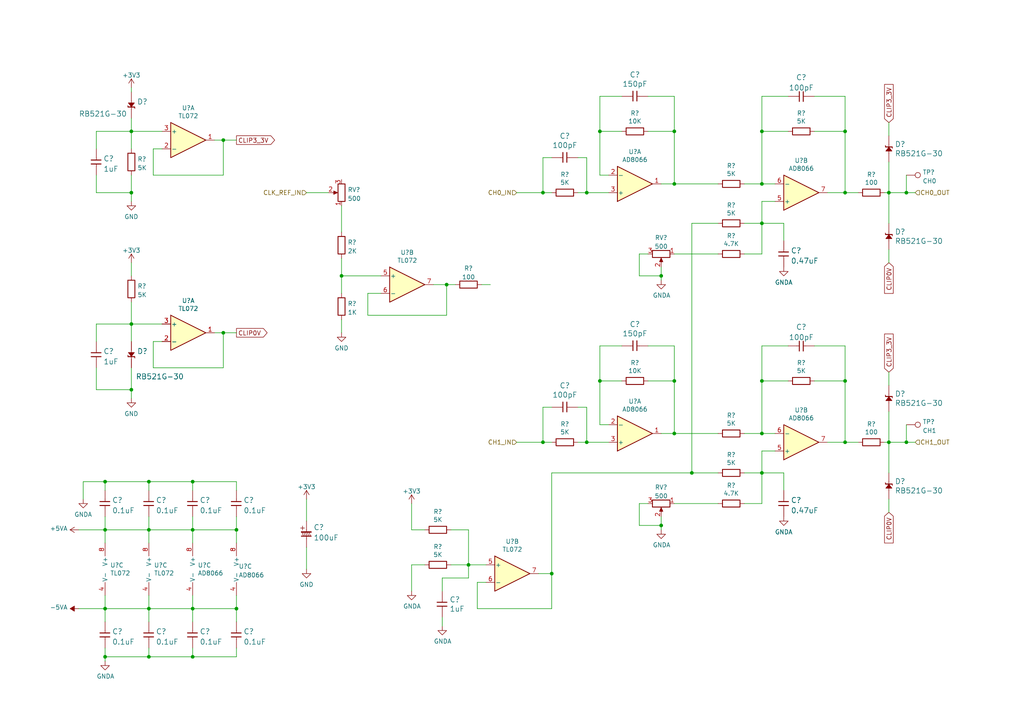
<source format=kicad_sch>
(kicad_sch (version 20211123) (generator eeschema)

  (uuid 2410cb12-10cd-45ed-a4e0-13df7fd75755)

  (paper "A4")

  (title_block
    (title "プリアンプ")
  )

  (lib_symbols
    (symbol "Akizuki:C" (pin_numbers hide) (pin_names (offset 1.016) hide) (in_bom yes) (on_board yes)
      (property "Reference" "C" (id 0) (at 2.54 2.54 0)
        (effects (font (size 1.524 1.524)))
      )
      (property "Value" "C" (id 1) (at -2.54 -2.54 0)
        (effects (font (size 1.524 1.524)))
      )
      (property "Footprint" "" (id 2) (at 0 0 90)
        (effects (font (size 1.524 1.524)) hide)
      )
      (property "Datasheet" "" (id 3) (at 0 0 90)
        (effects (font (size 1.524 1.524)) hide)
      )
      (property "ki_fp_filters" "RAD-0.2 1608" (id 4) (at 0 0 0)
        (effects (font (size 1.27 1.27)) hide)
      )
      (symbol "C_0_1"
        (rectangle (start -1.524 -0.508) (end 1.397 -0.635)
          (stroke (width 0) (type default) (color 0 0 0 0))
          (fill (type none))
        )
        (rectangle (start -1.524 0.635) (end 1.397 0.508)
          (stroke (width 0) (type default) (color 0 0 0 0))
          (fill (type none))
        )
        (rectangle (start 0 -0.635) (end 0 -1.27)
          (stroke (width 0) (type default) (color 0 0 0 0))
          (fill (type none))
        )
        (rectangle (start 0 1.27) (end 0 0.635)
          (stroke (width 0) (type default) (color 0 0 0 0))
          (fill (type none))
        )
      )
      (symbol "C_1_1"
        (pin passive line (at 0 -3.81 90) (length 2.54)
          (name "~" (effects (font (size 1.27 1.27))))
          (number "1" (effects (font (size 1.27 1.27))))
        )
        (pin passive line (at 0 3.81 270) (length 2.54)
          (name "~" (effects (font (size 1.27 1.27))))
          (number "2" (effects (font (size 1.27 1.27))))
        )
      )
    )
    (symbol "Akizuki:CP" (pin_numbers hide) (pin_names (offset 1.016) hide) (in_bom yes) (on_board yes)
      (property "Reference" "C" (id 0) (at 2.54 2.54 0)
        (effects (font (size 1.524 1.524)))
      )
      (property "Value" "CP" (id 1) (at -2.54 -2.54 0)
        (effects (font (size 1.524 1.524)))
      )
      (property "Footprint" "" (id 2) (at 0 0 90)
        (effects (font (size 1.524 1.524)) hide)
      )
      (property "Datasheet" "" (id 3) (at 0 0 90)
        (effects (font (size 1.524 1.524)) hide)
      )
      (property "ki_fp_filters" "RAD-0.2" (id 4) (at 0 0 0)
        (effects (font (size 1.27 1.27)) hide)
      )
      (symbol "CP_0_0"
        (text "+" (at -1.143 1.905 0)
          (effects (font (size 1.524 1.524)))
        )
      )
      (symbol "CP_0_1"
        (rectangle (start -1.524 -0.508) (end 1.397 -0.635)
          (stroke (width 0) (type default) (color 0 0 0 0))
          (fill (type none))
        )
        (rectangle (start -1.524 0.762) (end 1.397 0.508)
          (stroke (width 0) (type default) (color 0 0 0 0))
          (fill (type outline))
        )
        (rectangle (start 0 -0.635) (end 0 -1.27)
          (stroke (width 0) (type default) (color 0 0 0 0))
          (fill (type none))
        )
        (polyline
          (pts
            (xy -1.27 0.508)
            (xy -0.889 -0.508)
          )
          (stroke (width 0) (type default) (color 0 0 0 0))
          (fill (type none))
        )
        (polyline
          (pts
            (xy -0.762 0.508)
            (xy -0.381 -0.508)
          )
          (stroke (width 0) (type default) (color 0 0 0 0))
          (fill (type none))
        )
        (polyline
          (pts
            (xy -0.254 0.508)
            (xy 0.127 -0.508)
          )
          (stroke (width 0) (type default) (color 0 0 0 0))
          (fill (type none))
        )
        (polyline
          (pts
            (xy 0.254 0.508)
            (xy 0.635 -0.508)
          )
          (stroke (width 0) (type default) (color 0 0 0 0))
          (fill (type none))
        )
        (polyline
          (pts
            (xy 0.762 0.508)
            (xy 1.143 -0.508)
          )
          (stroke (width 0) (type default) (color 0 0 0 0))
          (fill (type none))
        )
        (rectangle (start 0 1.27) (end 0 0.762)
          (stroke (width 0) (type default) (color 0 0 0 0))
          (fill (type none))
        )
      )
      (symbol "CP_1_1"
        (pin passive line (at 0 3.81 270) (length 2.54)
          (name "~" (effects (font (size 1.27 1.27))))
          (number "1" (effects (font (size 1.27 1.27))))
        )
        (pin passive line (at 0 -3.81 90) (length 2.54)
          (name "~" (effects (font (size 1.27 1.27))))
          (number "2" (effects (font (size 1.27 1.27))))
        )
      )
    )
    (symbol "Akizuki:R" (pin_numbers hide) (pin_names (offset 0)) (in_bom yes) (on_board yes)
      (property "Reference" "R" (id 0) (at 0 2.54 0)
        (effects (font (size 1.27 1.27)))
      )
      (property "Value" "R" (id 1) (at 0 -2.54 0)
        (effects (font (size 1.27 1.27)))
      )
      (property "Footprint" "" (id 2) (at 0 -1.778 0)
        (effects (font (size 1.27 1.27)) hide)
      )
      (property "Datasheet" "" (id 3) (at 0 0 90)
        (effects (font (size 1.27 1.27)) hide)
      )
      (property "ki_keywords" "R DEV" (id 4) (at 0 0 0)
        (effects (font (size 1.27 1.27)) hide)
      )
      (property "ki_description" "Resistor" (id 5) (at 0 0 0)
        (effects (font (size 1.27 1.27)) hide)
      )
      (property "ki_fp_filters" "R_* Resistor_*" (id 6) (at 0 0 0)
        (effects (font (size 1.27 1.27)) hide)
      )
      (symbol "R_0_1"
        (rectangle (start 2.54 -1.016) (end -2.54 1.016)
          (stroke (width 0.254) (type default) (color 0 0 0 0))
          (fill (type none))
        )
      )
      (symbol "R_1_1"
        (pin passive line (at -3.81 0 0) (length 1.27)
          (name "~" (effects (font (size 1.27 1.27))))
          (number "1" (effects (font (size 1.27 1.27))))
        )
        (pin passive line (at 3.81 0 180) (length 1.27)
          (name "~" (effects (font (size 1.27 1.27))))
          (number "2" (effects (font (size 1.27 1.27))))
        )
      )
    )
    (symbol "Akizuki:Shotkey" (pin_numbers hide) (pin_names (offset 1.016)) (in_bom yes) (on_board yes)
      (property "Reference" "D" (id 0) (at 2.54 1.27 0)
        (effects (font (size 1.524 1.524)))
      )
      (property "Value" "Shotkey" (id 1) (at -3.81 -1.27 0)
        (effects (font (size 1.524 1.524)))
      )
      (property "Footprint" "" (id 2) (at -0.127 -0.889 90)
        (effects (font (size 1.524 1.524)))
      )
      (property "Datasheet" "" (id 3) (at -0.127 -0.889 90)
        (effects (font (size 1.524 1.524)))
      )
      (property "ki_fp_filters" "RAD-0.2" (id 4) (at 0 0 0)
        (effects (font (size 1.27 1.27)) hide)
      )
      (symbol "Shotkey_0_1"
        (rectangle (start -0.889 0.635) (end 0.889 0.508)
          (stroke (width 0) (type default) (color 0 0 0 0))
          (fill (type none))
        )
        (polyline
          (pts
            (xy 0 -1.27)
            (xy 0 -0.635)
          )
          (stroke (width 0) (type default) (color 0 0 0 0))
          (fill (type none))
        )
        (polyline
          (pts
            (xy 0 1.27)
            (xy 0 0.635)
          )
          (stroke (width 0) (type default) (color 0 0 0 0))
          (fill (type none))
        )
        (polyline
          (pts
            (xy -0.889 0.508)
            (xy -1.016 0.508)
            (xy -1.016 1.016)
            (xy -0.889 0.635)
          )
          (stroke (width 0) (type default) (color 0 0 0 0))
          (fill (type none))
        )
        (polyline
          (pts
            (xy 0 0.508)
            (xy -0.889 -0.635)
            (xy 0.889 -0.635)
            (xy 0 0.508)
          )
          (stroke (width 0) (type default) (color 0 0 0 0))
          (fill (type outline))
        )
        (polyline
          (pts
            (xy 0.889 0.635)
            (xy 1.016 0.635)
            (xy 1.016 0.127)
            (xy 0.889 0.508)
          )
          (stroke (width 0) (type default) (color 0 0 0 0))
          (fill (type none))
        )
      )
      (symbol "Shotkey_1_1"
        (pin passive line (at 0 3.81 270) (length 2.54)
          (name "~" (effects (font (size 1.27 1.27))))
          (number "1" (effects (font (size 1.27 1.27))))
        )
        (pin passive line (at 0 -3.81 90) (length 2.54)
          (name "~" (effects (font (size 1.27 1.27))))
          (number "2" (effects (font (size 1.27 1.27))))
        )
      )
    )
    (symbol "Amplifier_Operational:OPA2134" (pin_names (offset 0.127)) (in_bom yes) (on_board yes)
      (property "Reference" "U" (id 0) (at 0 5.08 0)
        (effects (font (size 1.27 1.27)) (justify left))
      )
      (property "Value" "OPA2134" (id 1) (at 0 -5.08 0)
        (effects (font (size 1.27 1.27)) (justify left))
      )
      (property "Footprint" "" (id 2) (at 0 0 0)
        (effects (font (size 1.27 1.27)) hide)
      )
      (property "Datasheet" "http://www.ti.com/lit/ds/symlink/opa134.pdf" (id 3) (at 0 0 0)
        (effects (font (size 1.27 1.27)) hide)
      )
      (property "ki_locked" "" (id 4) (at 0 0 0)
        (effects (font (size 1.27 1.27)))
      )
      (property "ki_keywords" "dual opamp" (id 5) (at 0 0 0)
        (effects (font (size 1.27 1.27)) hide)
      )
      (property "ki_description" "Dual SoundPlus High Performance Audio Operational Amplifiers, DIP-8/SOIC-8" (id 6) (at 0 0 0)
        (effects (font (size 1.27 1.27)) hide)
      )
      (property "ki_fp_filters" "SOIC*3.9x4.9mm*P1.27mm* DIP*W7.62mm* TO*99* OnSemi*Micro8* TSSOP*3x3mm*P0.65mm* TSSOP*4.4x3mm*P0.65mm* MSOP*3x3mm*P0.65mm* SSOP*3.9x4.9mm*P0.635mm* LFCSP*2x2mm*P0.5mm* *SIP* SOIC*5.3x6.2mm*P1.27mm*" (id 7) (at 0 0 0)
        (effects (font (size 1.27 1.27)) hide)
      )
      (symbol "OPA2134_1_1"
        (polyline
          (pts
            (xy -5.08 5.08)
            (xy 5.08 0)
            (xy -5.08 -5.08)
            (xy -5.08 5.08)
          )
          (stroke (width 0.254) (type default) (color 0 0 0 0))
          (fill (type background))
        )
        (pin output line (at 7.62 0 180) (length 2.54)
          (name "~" (effects (font (size 1.27 1.27))))
          (number "1" (effects (font (size 1.27 1.27))))
        )
        (pin input line (at -7.62 -2.54 0) (length 2.54)
          (name "-" (effects (font (size 1.27 1.27))))
          (number "2" (effects (font (size 1.27 1.27))))
        )
        (pin input line (at -7.62 2.54 0) (length 2.54)
          (name "+" (effects (font (size 1.27 1.27))))
          (number "3" (effects (font (size 1.27 1.27))))
        )
      )
      (symbol "OPA2134_2_1"
        (polyline
          (pts
            (xy -5.08 5.08)
            (xy 5.08 0)
            (xy -5.08 -5.08)
            (xy -5.08 5.08)
          )
          (stroke (width 0.254) (type default) (color 0 0 0 0))
          (fill (type background))
        )
        (pin input line (at -7.62 2.54 0) (length 2.54)
          (name "+" (effects (font (size 1.27 1.27))))
          (number "5" (effects (font (size 1.27 1.27))))
        )
        (pin input line (at -7.62 -2.54 0) (length 2.54)
          (name "-" (effects (font (size 1.27 1.27))))
          (number "6" (effects (font (size 1.27 1.27))))
        )
        (pin output line (at 7.62 0 180) (length 2.54)
          (name "~" (effects (font (size 1.27 1.27))))
          (number "7" (effects (font (size 1.27 1.27))))
        )
      )
      (symbol "OPA2134_3_1"
        (pin power_in line (at -2.54 -7.62 90) (length 3.81)
          (name "V-" (effects (font (size 1.27 1.27))))
          (number "4" (effects (font (size 1.27 1.27))))
        )
        (pin power_in line (at -2.54 7.62 270) (length 3.81)
          (name "V+" (effects (font (size 1.27 1.27))))
          (number "8" (effects (font (size 1.27 1.27))))
        )
      )
    )
    (symbol "Amplifier_Operational:TL072" (pin_names (offset 0.127)) (in_bom yes) (on_board yes)
      (property "Reference" "U" (id 0) (at 0 5.08 0)
        (effects (font (size 1.27 1.27)) (justify left))
      )
      (property "Value" "TL072" (id 1) (at 0 -5.08 0)
        (effects (font (size 1.27 1.27)) (justify left))
      )
      (property "Footprint" "" (id 2) (at 0 0 0)
        (effects (font (size 1.27 1.27)) hide)
      )
      (property "Datasheet" "http://www.ti.com/lit/ds/symlink/tl071.pdf" (id 3) (at 0 0 0)
        (effects (font (size 1.27 1.27)) hide)
      )
      (property "ki_locked" "" (id 4) (at 0 0 0)
        (effects (font (size 1.27 1.27)))
      )
      (property "ki_keywords" "dual opamp" (id 5) (at 0 0 0)
        (effects (font (size 1.27 1.27)) hide)
      )
      (property "ki_description" "Dual Low-Noise JFET-Input Operational Amplifiers, DIP-8/SOIC-8" (id 6) (at 0 0 0)
        (effects (font (size 1.27 1.27)) hide)
      )
      (property "ki_fp_filters" "SOIC*3.9x4.9mm*P1.27mm* DIP*W7.62mm* TO*99* OnSemi*Micro8* TSSOP*3x3mm*P0.65mm* TSSOP*4.4x3mm*P0.65mm* MSOP*3x3mm*P0.65mm* SSOP*3.9x4.9mm*P0.635mm* LFCSP*2x2mm*P0.5mm* *SIP* SOIC*5.3x6.2mm*P1.27mm*" (id 7) (at 0 0 0)
        (effects (font (size 1.27 1.27)) hide)
      )
      (symbol "TL072_1_1"
        (polyline
          (pts
            (xy -5.08 5.08)
            (xy 5.08 0)
            (xy -5.08 -5.08)
            (xy -5.08 5.08)
          )
          (stroke (width 0.254) (type default) (color 0 0 0 0))
          (fill (type background))
        )
        (pin output line (at 7.62 0 180) (length 2.54)
          (name "~" (effects (font (size 1.27 1.27))))
          (number "1" (effects (font (size 1.27 1.27))))
        )
        (pin input line (at -7.62 -2.54 0) (length 2.54)
          (name "-" (effects (font (size 1.27 1.27))))
          (number "2" (effects (font (size 1.27 1.27))))
        )
        (pin input line (at -7.62 2.54 0) (length 2.54)
          (name "+" (effects (font (size 1.27 1.27))))
          (number "3" (effects (font (size 1.27 1.27))))
        )
      )
      (symbol "TL072_2_1"
        (polyline
          (pts
            (xy -5.08 5.08)
            (xy 5.08 0)
            (xy -5.08 -5.08)
            (xy -5.08 5.08)
          )
          (stroke (width 0.254) (type default) (color 0 0 0 0))
          (fill (type background))
        )
        (pin input line (at -7.62 2.54 0) (length 2.54)
          (name "+" (effects (font (size 1.27 1.27))))
          (number "5" (effects (font (size 1.27 1.27))))
        )
        (pin input line (at -7.62 -2.54 0) (length 2.54)
          (name "-" (effects (font (size 1.27 1.27))))
          (number "6" (effects (font (size 1.27 1.27))))
        )
        (pin output line (at 7.62 0 180) (length 2.54)
          (name "~" (effects (font (size 1.27 1.27))))
          (number "7" (effects (font (size 1.27 1.27))))
        )
      )
      (symbol "TL072_3_1"
        (pin power_in line (at -2.54 -7.62 90) (length 3.81)
          (name "V-" (effects (font (size 1.27 1.27))))
          (number "4" (effects (font (size 1.27 1.27))))
        )
        (pin power_in line (at -2.54 7.62 270) (length 3.81)
          (name "V+" (effects (font (size 1.27 1.27))))
          (number "8" (effects (font (size 1.27 1.27))))
        )
      )
    )
    (symbol "Connector:TestPoint" (pin_numbers hide) (pin_names (offset 0.762) hide) (in_bom yes) (on_board yes)
      (property "Reference" "TP" (id 0) (at 0 6.858 0)
        (effects (font (size 1.27 1.27)))
      )
      (property "Value" "TestPoint" (id 1) (at 0 5.08 0)
        (effects (font (size 1.27 1.27)))
      )
      (property "Footprint" "" (id 2) (at 5.08 0 0)
        (effects (font (size 1.27 1.27)) hide)
      )
      (property "Datasheet" "~" (id 3) (at 5.08 0 0)
        (effects (font (size 1.27 1.27)) hide)
      )
      (property "ki_keywords" "test point tp" (id 4) (at 0 0 0)
        (effects (font (size 1.27 1.27)) hide)
      )
      (property "ki_description" "test point" (id 5) (at 0 0 0)
        (effects (font (size 1.27 1.27)) hide)
      )
      (property "ki_fp_filters" "Pin* Test*" (id 6) (at 0 0 0)
        (effects (font (size 1.27 1.27)) hide)
      )
      (symbol "TestPoint_0_1"
        (circle (center 0 3.302) (radius 0.762)
          (stroke (width 0) (type default) (color 0 0 0 0))
          (fill (type none))
        )
      )
      (symbol "TestPoint_1_1"
        (pin passive line (at 0 0 90) (length 2.54)
          (name "1" (effects (font (size 1.27 1.27))))
          (number "1" (effects (font (size 1.27 1.27))))
        )
      )
    )
    (symbol "Device:R_Potentiometer" (pin_names (offset 1.016) hide) (in_bom yes) (on_board yes)
      (property "Reference" "RV" (id 0) (at -4.445 0 90)
        (effects (font (size 1.27 1.27)))
      )
      (property "Value" "R_Potentiometer" (id 1) (at -2.54 0 90)
        (effects (font (size 1.27 1.27)))
      )
      (property "Footprint" "" (id 2) (at 0 0 0)
        (effects (font (size 1.27 1.27)) hide)
      )
      (property "Datasheet" "~" (id 3) (at 0 0 0)
        (effects (font (size 1.27 1.27)) hide)
      )
      (property "ki_keywords" "resistor variable" (id 4) (at 0 0 0)
        (effects (font (size 1.27 1.27)) hide)
      )
      (property "ki_description" "Potentiometer" (id 5) (at 0 0 0)
        (effects (font (size 1.27 1.27)) hide)
      )
      (property "ki_fp_filters" "Potentiometer*" (id 6) (at 0 0 0)
        (effects (font (size 1.27 1.27)) hide)
      )
      (symbol "R_Potentiometer_0_1"
        (polyline
          (pts
            (xy 2.54 0)
            (xy 1.524 0)
          )
          (stroke (width 0) (type default) (color 0 0 0 0))
          (fill (type none))
        )
        (polyline
          (pts
            (xy 1.143 0)
            (xy 2.286 0.508)
            (xy 2.286 -0.508)
            (xy 1.143 0)
          )
          (stroke (width 0) (type default) (color 0 0 0 0))
          (fill (type outline))
        )
        (rectangle (start 1.016 2.54) (end -1.016 -2.54)
          (stroke (width 0.254) (type default) (color 0 0 0 0))
          (fill (type none))
        )
      )
      (symbol "R_Potentiometer_1_1"
        (pin passive line (at 0 3.81 270) (length 1.27)
          (name "1" (effects (font (size 1.27 1.27))))
          (number "1" (effects (font (size 1.27 1.27))))
        )
        (pin passive line (at 3.81 0 180) (length 1.27)
          (name "2" (effects (font (size 1.27 1.27))))
          (number "2" (effects (font (size 1.27 1.27))))
        )
        (pin passive line (at 0 -3.81 90) (length 1.27)
          (name "3" (effects (font (size 1.27 1.27))))
          (number "3" (effects (font (size 1.27 1.27))))
        )
      )
    )
    (symbol "akizuki:C" (pin_numbers hide) (pin_names (offset 1.016) hide) (in_bom yes) (on_board yes)
      (property "Reference" "C" (id 0) (at 2.54 2.54 0)
        (effects (font (size 1.524 1.524)))
      )
      (property "Value" "akizuki_C" (id 1) (at -2.54 -2.54 0)
        (effects (font (size 1.524 1.524)))
      )
      (property "Footprint" "" (id 2) (at 0 0 90)
        (effects (font (size 1.524 1.524)))
      )
      (property "Datasheet" "" (id 3) (at 0 0 90)
        (effects (font (size 1.524 1.524)))
      )
      (property "ki_fp_filters" "RAD-0.2 1608" (id 4) (at 0 0 0)
        (effects (font (size 1.27 1.27)) hide)
      )
      (symbol "C_0_1"
        (rectangle (start -1.524 -0.508) (end 1.397 -0.635)
          (stroke (width 0) (type default) (color 0 0 0 0))
          (fill (type none))
        )
        (rectangle (start -1.524 0.635) (end 1.397 0.508)
          (stroke (width 0) (type default) (color 0 0 0 0))
          (fill (type none))
        )
        (rectangle (start 0 -0.635) (end 0 -1.27)
          (stroke (width 0) (type default) (color 0 0 0 0))
          (fill (type none))
        )
        (rectangle (start 0 1.27) (end 0 0.635)
          (stroke (width 0) (type default) (color 0 0 0 0))
          (fill (type none))
        )
      )
      (symbol "C_1_1"
        (pin passive line (at 0 -3.81 90) (length 2.54)
          (name "~" (effects (font (size 1.27 1.27))))
          (number "1" (effects (font (size 1.27 1.27))))
        )
        (pin passive line (at 0 3.81 270) (length 2.54)
          (name "~" (effects (font (size 1.27 1.27))))
          (number "2" (effects (font (size 1.27 1.27))))
        )
      )
    )
    (symbol "akizuki:R" (pin_numbers hide) (pin_names (offset 0)) (in_bom yes) (on_board yes)
      (property "Reference" "R" (id 0) (at 0 2.54 0)
        (effects (font (size 1.27 1.27)))
      )
      (property "Value" "akizuki_R" (id 1) (at 0 -2.54 0)
        (effects (font (size 1.27 1.27)))
      )
      (property "Footprint" "" (id 2) (at 0 -1.778 0)
        (effects (font (size 1.27 1.27)))
      )
      (property "Datasheet" "" (id 3) (at 0 0 90)
        (effects (font (size 1.27 1.27)))
      )
      (property "ki_fp_filters" "R_* Resistor_*" (id 4) (at 0 0 0)
        (effects (font (size 1.27 1.27)) hide)
      )
      (symbol "R_0_1"
        (rectangle (start 2.54 -1.016) (end -2.54 1.016)
          (stroke (width 0.254) (type default) (color 0 0 0 0))
          (fill (type none))
        )
      )
      (symbol "R_1_1"
        (pin passive line (at -3.81 0 0) (length 1.27)
          (name "~" (effects (font (size 1.27 1.27))))
          (number "1" (effects (font (size 1.27 1.27))))
        )
        (pin passive line (at 3.81 0 180) (length 1.27)
          (name "~" (effects (font (size 1.27 1.27))))
          (number "2" (effects (font (size 1.27 1.27))))
        )
      )
    )
    (symbol "akizuki:Shotkey" (pin_numbers hide) (pin_names (offset 1.016)) (in_bom yes) (on_board yes)
      (property "Reference" "D" (id 0) (at 2.54 1.27 0)
        (effects (font (size 1.524 1.524)))
      )
      (property "Value" "akizuki_Shotkey" (id 1) (at -3.81 -1.27 0)
        (effects (font (size 1.524 1.524)))
      )
      (property "Footprint" "" (id 2) (at -0.127 -0.889 90)
        (effects (font (size 1.524 1.524)))
      )
      (property "Datasheet" "" (id 3) (at -0.127 -0.889 90)
        (effects (font (size 1.524 1.524)))
      )
      (property "ki_fp_filters" "RAD-0.2" (id 4) (at 0 0 0)
        (effects (font (size 1.27 1.27)) hide)
      )
      (symbol "Shotkey_0_1"
        (rectangle (start -0.889 0.635) (end 0.889 0.508)
          (stroke (width 0) (type default) (color 0 0 0 0))
          (fill (type none))
        )
        (polyline
          (pts
            (xy 0 -1.27)
            (xy 0 -0.635)
          )
          (stroke (width 0) (type default) (color 0 0 0 0))
          (fill (type none))
        )
        (polyline
          (pts
            (xy 0 1.27)
            (xy 0 0.635)
          )
          (stroke (width 0) (type default) (color 0 0 0 0))
          (fill (type none))
        )
        (polyline
          (pts
            (xy -0.889 0.508)
            (xy -1.016 0.508)
            (xy -1.016 1.016)
            (xy -0.889 0.635)
          )
          (stroke (width 0) (type default) (color 0 0 0 0))
          (fill (type none))
        )
        (polyline
          (pts
            (xy 0 0.508)
            (xy -0.889 -0.635)
            (xy 0.889 -0.635)
            (xy 0 0.508)
          )
          (stroke (width 0) (type default) (color 0 0 0 0))
          (fill (type outline))
        )
        (polyline
          (pts
            (xy 0.889 0.635)
            (xy 1.016 0.635)
            (xy 1.016 0.127)
            (xy 0.889 0.508)
          )
          (stroke (width 0) (type default) (color 0 0 0 0))
          (fill (type none))
        )
      )
      (symbol "Shotkey_1_1"
        (pin passive line (at 0 -3.81 90) (length 2.54)
          (name "~" (effects (font (size 1.27 1.27))))
          (number "1" (effects (font (size 1.27 1.27))))
        )
        (pin passive line (at 0 3.81 270) (length 2.54)
          (name "~" (effects (font (size 1.27 1.27))))
          (number "2" (effects (font (size 1.27 1.27))))
        )
      )
    )
    (symbol "power:+3.3V" (power) (pin_names (offset 0)) (in_bom yes) (on_board yes)
      (property "Reference" "#PWR" (id 0) (at 0 -3.81 0)
        (effects (font (size 1.27 1.27)) hide)
      )
      (property "Value" "+3.3V" (id 1) (at 0 3.556 0)
        (effects (font (size 1.27 1.27)))
      )
      (property "Footprint" "" (id 2) (at 0 0 0)
        (effects (font (size 1.27 1.27)) hide)
      )
      (property "Datasheet" "" (id 3) (at 0 0 0)
        (effects (font (size 1.27 1.27)) hide)
      )
      (property "ki_keywords" "power-flag" (id 4) (at 0 0 0)
        (effects (font (size 1.27 1.27)) hide)
      )
      (property "ki_description" "Power symbol creates a global label with name \"+3.3V\"" (id 5) (at 0 0 0)
        (effects (font (size 1.27 1.27)) hide)
      )
      (symbol "+3.3V_0_1"
        (polyline
          (pts
            (xy -0.762 1.27)
            (xy 0 2.54)
          )
          (stroke (width 0) (type default) (color 0 0 0 0))
          (fill (type none))
        )
        (polyline
          (pts
            (xy 0 0)
            (xy 0 2.54)
          )
          (stroke (width 0) (type default) (color 0 0 0 0))
          (fill (type none))
        )
        (polyline
          (pts
            (xy 0 2.54)
            (xy 0.762 1.27)
          )
          (stroke (width 0) (type default) (color 0 0 0 0))
          (fill (type none))
        )
      )
      (symbol "+3.3V_1_1"
        (pin power_in line (at 0 0 90) (length 0) hide
          (name "+3V3" (effects (font (size 1.27 1.27))))
          (number "1" (effects (font (size 1.27 1.27))))
        )
      )
    )
    (symbol "power:+5VA" (power) (pin_names (offset 0)) (in_bom yes) (on_board yes)
      (property "Reference" "#PWR" (id 0) (at 0 -3.81 0)
        (effects (font (size 1.27 1.27)) hide)
      )
      (property "Value" "+5VA" (id 1) (at 0 3.556 0)
        (effects (font (size 1.27 1.27)))
      )
      (property "Footprint" "" (id 2) (at 0 0 0)
        (effects (font (size 1.27 1.27)) hide)
      )
      (property "Datasheet" "" (id 3) (at 0 0 0)
        (effects (font (size 1.27 1.27)) hide)
      )
      (property "ki_keywords" "power-flag" (id 4) (at 0 0 0)
        (effects (font (size 1.27 1.27)) hide)
      )
      (property "ki_description" "Power symbol creates a global label with name \"+5VA\"" (id 5) (at 0 0 0)
        (effects (font (size 1.27 1.27)) hide)
      )
      (symbol "+5VA_0_1"
        (polyline
          (pts
            (xy -0.762 1.27)
            (xy 0 2.54)
          )
          (stroke (width 0) (type default) (color 0 0 0 0))
          (fill (type none))
        )
        (polyline
          (pts
            (xy 0 0)
            (xy 0 2.54)
          )
          (stroke (width 0) (type default) (color 0 0 0 0))
          (fill (type none))
        )
        (polyline
          (pts
            (xy 0 2.54)
            (xy 0.762 1.27)
          )
          (stroke (width 0) (type default) (color 0 0 0 0))
          (fill (type none))
        )
      )
      (symbol "+5VA_1_1"
        (pin power_in line (at 0 0 90) (length 0) hide
          (name "+5VA" (effects (font (size 1.27 1.27))))
          (number "1" (effects (font (size 1.27 1.27))))
        )
      )
    )
    (symbol "power:-5VA" (power) (pin_names (offset 0)) (in_bom yes) (on_board yes)
      (property "Reference" "#PWR" (id 0) (at 0 2.54 0)
        (effects (font (size 1.27 1.27)) hide)
      )
      (property "Value" "-5VA" (id 1) (at 0 3.81 0)
        (effects (font (size 1.27 1.27)))
      )
      (property "Footprint" "" (id 2) (at 0 0 0)
        (effects (font (size 1.27 1.27)) hide)
      )
      (property "Datasheet" "" (id 3) (at 0 0 0)
        (effects (font (size 1.27 1.27)) hide)
      )
      (property "ki_keywords" "power-flag" (id 4) (at 0 0 0)
        (effects (font (size 1.27 1.27)) hide)
      )
      (property "ki_description" "Power symbol creates a global label with name \"-5VA\"" (id 5) (at 0 0 0)
        (effects (font (size 1.27 1.27)) hide)
      )
      (symbol "-5VA_0_0"
        (pin power_in line (at 0 0 90) (length 0) hide
          (name "-5VA" (effects (font (size 1.27 1.27))))
          (number "1" (effects (font (size 1.27 1.27))))
        )
      )
      (symbol "-5VA_0_1"
        (polyline
          (pts
            (xy 0 0)
            (xy 0 1.27)
            (xy 0.762 1.27)
            (xy 0 2.54)
            (xy -0.762 1.27)
            (xy 0 1.27)
          )
          (stroke (width 0) (type default) (color 0 0 0 0))
          (fill (type outline))
        )
      )
    )
    (symbol "power:GND" (power) (pin_names (offset 0)) (in_bom yes) (on_board yes)
      (property "Reference" "#PWR" (id 0) (at 0 -6.35 0)
        (effects (font (size 1.27 1.27)) hide)
      )
      (property "Value" "GND" (id 1) (at 0 -3.81 0)
        (effects (font (size 1.27 1.27)))
      )
      (property "Footprint" "" (id 2) (at 0 0 0)
        (effects (font (size 1.27 1.27)) hide)
      )
      (property "Datasheet" "" (id 3) (at 0 0 0)
        (effects (font (size 1.27 1.27)) hide)
      )
      (property "ki_keywords" "power-flag" (id 4) (at 0 0 0)
        (effects (font (size 1.27 1.27)) hide)
      )
      (property "ki_description" "Power symbol creates a global label with name \"GND\" , ground" (id 5) (at 0 0 0)
        (effects (font (size 1.27 1.27)) hide)
      )
      (symbol "GND_0_1"
        (polyline
          (pts
            (xy 0 0)
            (xy 0 -1.27)
            (xy 1.27 -1.27)
            (xy 0 -2.54)
            (xy -1.27 -1.27)
            (xy 0 -1.27)
          )
          (stroke (width 0) (type default) (color 0 0 0 0))
          (fill (type none))
        )
      )
      (symbol "GND_1_1"
        (pin power_in line (at 0 0 270) (length 0) hide
          (name "GND" (effects (font (size 1.27 1.27))))
          (number "1" (effects (font (size 1.27 1.27))))
        )
      )
    )
    (symbol "power:GNDA" (power) (pin_names (offset 0)) (in_bom yes) (on_board yes)
      (property "Reference" "#PWR" (id 0) (at 0 -6.35 0)
        (effects (font (size 1.27 1.27)) hide)
      )
      (property "Value" "GNDA" (id 1) (at 0 -3.81 0)
        (effects (font (size 1.27 1.27)))
      )
      (property "Footprint" "" (id 2) (at 0 0 0)
        (effects (font (size 1.27 1.27)) hide)
      )
      (property "Datasheet" "" (id 3) (at 0 0 0)
        (effects (font (size 1.27 1.27)) hide)
      )
      (property "ki_keywords" "power-flag" (id 4) (at 0 0 0)
        (effects (font (size 1.27 1.27)) hide)
      )
      (property "ki_description" "Power symbol creates a global label with name \"GNDA\" , analog ground" (id 5) (at 0 0 0)
        (effects (font (size 1.27 1.27)) hide)
      )
      (symbol "GNDA_0_1"
        (polyline
          (pts
            (xy 0 0)
            (xy 0 -1.27)
            (xy 1.27 -1.27)
            (xy 0 -2.54)
            (xy -1.27 -1.27)
            (xy 0 -1.27)
          )
          (stroke (width 0) (type default) (color 0 0 0 0))
          (fill (type none))
        )
      )
      (symbol "GNDA_1_1"
        (pin power_in line (at 0 0 270) (length 0) hide
          (name "GNDA" (effects (font (size 1.27 1.27))))
          (number "1" (effects (font (size 1.27 1.27))))
        )
      )
    )
  )

  (junction (at 191.77 152.4) (diameter 0) (color 0 0 0 0)
    (uuid 0484ce34-5935-4aa8-8e45-6b9a201be94d)
  )
  (junction (at 30.48 190.5) (diameter 0) (color 0 0 0 0)
    (uuid 04e8f2e8-8a72-4004-a8c7-24342c0e90fc)
  )
  (junction (at 245.11 128.27) (diameter 0) (color 0 0 0 0)
    (uuid 05e6183d-d456-43ff-bf6e-87ef1d036d7f)
  )
  (junction (at 170.18 55.88) (diameter 0) (color 0 0 0 0)
    (uuid 08584984-41e2-4306-a11a-2c92beeab496)
  )
  (junction (at 160.02 166.37) (diameter 0) (color 0 0 0 0)
    (uuid 0b3634f7-dd22-4539-a35a-dcedabc81791)
  )
  (junction (at 220.98 64.77) (diameter 0) (color 0 0 0 0)
    (uuid 0f810c7c-5f82-4e27-a681-9a993766cde8)
  )
  (junction (at 191.77 80.01) (diameter 0) (color 0 0 0 0)
    (uuid 141f259a-1a56-46aa-bae6-6be390066d37)
  )
  (junction (at 173.99 110.49) (diameter 0) (color 0 0 0 0)
    (uuid 14243a7e-5fd3-45fc-a769-17fa6a6dab9b)
  )
  (junction (at 262.89 55.88) (diameter 0) (color 0 0 0 0)
    (uuid 1469aa91-f31a-4152-866d-38ff8448b18b)
  )
  (junction (at 173.99 38.1) (diameter 0) (color 0 0 0 0)
    (uuid 1c34ae6f-59e1-41cd-9442-b86210a762ec)
  )
  (junction (at 43.18 153.67) (diameter 0) (color 0 0 0 0)
    (uuid 1c7708f9-ad0d-443a-9331-b8aa8558448f)
  )
  (junction (at 220.98 137.16) (diameter 0) (color 0 0 0 0)
    (uuid 1c969670-c773-40fa-85f2-138ef748d8ed)
  )
  (junction (at 30.48 139.7) (diameter 0) (color 0 0 0 0)
    (uuid 1e504260-0339-43b1-b963-629bfee80d93)
  )
  (junction (at 195.58 110.49) (diameter 0) (color 0 0 0 0)
    (uuid 28140bcf-7892-4779-b126-dd662a94f51e)
  )
  (junction (at 220.98 38.1) (diameter 0) (color 0 0 0 0)
    (uuid 30c081a8-6eb9-49ff-8afb-4e4de5006481)
  )
  (junction (at 55.88 190.5) (diameter 0) (color 0 0 0 0)
    (uuid 33303937-d55c-4516-a42b-92bbdf18070f)
  )
  (junction (at 195.58 38.1) (diameter 0) (color 0 0 0 0)
    (uuid 386e4c7c-a79f-425e-a674-f354ec7d9c46)
  )
  (junction (at 157.48 128.27) (diameter 0) (color 0 0 0 0)
    (uuid 3b2c85b7-aafb-4cf1-a38d-5f025bb3032f)
  )
  (junction (at 99.06 80.01) (diameter 0) (color 0 0 0 0)
    (uuid 3cf0d890-850f-4254-b868-6133311ecf09)
  )
  (junction (at 68.58 153.67) (diameter 0) (color 0 0 0 0)
    (uuid 428ce7c0-bf4d-4ee8-bcbd-3b1ceee3f588)
  )
  (junction (at 195.58 125.73) (diameter 0) (color 0 0 0 0)
    (uuid 46c66702-74a2-49fe-b6fe-21768371fc83)
  )
  (junction (at 200.66 137.16) (diameter 0) (color 0 0 0 0)
    (uuid 53c00211-7004-4042-8c1c-02e512e415b7)
  )
  (junction (at 157.48 55.88) (diameter 0) (color 0 0 0 0)
    (uuid 58327d71-aa50-480a-a6b8-3519d94139a8)
  )
  (junction (at 195.58 53.34) (diameter 0) (color 0 0 0 0)
    (uuid 5cd70b7b-0f7f-40d0-b802-af0f41233514)
  )
  (junction (at 129.54 82.55) (diameter 0) (color 0 0 0 0)
    (uuid 62d4e60f-73c8-4081-9827-fb51a55e69ce)
  )
  (junction (at 55.88 139.7) (diameter 0) (color 0 0 0 0)
    (uuid 68f336a9-6a8b-44ad-96d3-088e7d7f535d)
  )
  (junction (at 220.98 110.49) (diameter 0) (color 0 0 0 0)
    (uuid 6da754db-e4c6-4fbe-8e43-8847cc322bf2)
  )
  (junction (at 170.18 128.27) (diameter 0) (color 0 0 0 0)
    (uuid 70d2ceb2-9a72-4801-ad9b-5286a0692951)
  )
  (junction (at 257.81 128.27) (diameter 0) (color 0 0 0 0)
    (uuid 71f1d295-340f-4f31-ac5e-29c79c20c550)
  )
  (junction (at 68.58 176.53) (diameter 0) (color 0 0 0 0)
    (uuid 93d62686-4b0c-488e-b50d-bdbb6f88f74e)
  )
  (junction (at 220.98 53.34) (diameter 0) (color 0 0 0 0)
    (uuid 93e2b194-78b4-4c72-b805-e35e3550b188)
  )
  (junction (at 38.1 38.1) (diameter 0) (color 0 0 0 0)
    (uuid a039b9d0-8b85-4c46-b748-7847a066decf)
  )
  (junction (at 245.11 55.88) (diameter 0) (color 0 0 0 0)
    (uuid a4d9ec5d-543c-4022-8925-71ec507d5921)
  )
  (junction (at 64.77 40.64) (diameter 0) (color 0 0 0 0)
    (uuid a4f3ce6e-9361-451d-ba80-06a28fc74c86)
  )
  (junction (at 245.11 38.1) (diameter 0) (color 0 0 0 0)
    (uuid a7956c98-3751-48f8-9cf9-52e42f508bcd)
  )
  (junction (at 43.18 190.5) (diameter 0) (color 0 0 0 0)
    (uuid b00b8c46-f1c3-45c0-bdc0-db84c6482c8a)
  )
  (junction (at 38.1 55.88) (diameter 0) (color 0 0 0 0)
    (uuid b03c73a6-8823-454d-b8e4-1d955c5b269d)
  )
  (junction (at 262.89 128.27) (diameter 0) (color 0 0 0 0)
    (uuid b5a90c87-8ff1-4dbd-9e50-a52d990a9095)
  )
  (junction (at 55.88 176.53) (diameter 0) (color 0 0 0 0)
    (uuid b6b3e2f6-df46-47db-b699-1e07b300494e)
  )
  (junction (at 38.1 113.03) (diameter 0) (color 0 0 0 0)
    (uuid b86e8b27-d553-4862-be25-1159eccd4cec)
  )
  (junction (at 43.18 176.53) (diameter 0) (color 0 0 0 0)
    (uuid bc6ebf4b-d0cd-427d-85d7-762ed2a46603)
  )
  (junction (at 257.81 55.88) (diameter 0) (color 0 0 0 0)
    (uuid c722eb12-5565-42a7-b155-1e63cf50d6bc)
  )
  (junction (at 30.48 176.53) (diameter 0) (color 0 0 0 0)
    (uuid ca615888-772d-4f71-905e-1ff8f35ffe19)
  )
  (junction (at 135.89 163.83) (diameter 0) (color 0 0 0 0)
    (uuid cfcfc4cf-22a3-4edd-b8e4-71e1bcfcd657)
  )
  (junction (at 220.98 125.73) (diameter 0) (color 0 0 0 0)
    (uuid d32ce8b6-0aaf-4ec2-a3c1-e2445b0ab23d)
  )
  (junction (at 245.11 110.49) (diameter 0) (color 0 0 0 0)
    (uuid d472cafc-b418-48ed-8744-16d20400c6ca)
  )
  (junction (at 43.18 139.7) (diameter 0) (color 0 0 0 0)
    (uuid de207397-8a10-44b7-a6fe-b8a973a2bdfd)
  )
  (junction (at 55.88 153.67) (diameter 0) (color 0 0 0 0)
    (uuid dfccccc1-22e0-48c5-a314-cbe8a7366da1)
  )
  (junction (at 64.77 96.52) (diameter 0) (color 0 0 0 0)
    (uuid e0a18e86-f2ef-413e-86b9-bd2715bab3c7)
  )
  (junction (at 38.1 93.98) (diameter 0) (color 0 0 0 0)
    (uuid e25b795d-dafc-4525-a231-4cecaef7446d)
  )
  (junction (at 30.48 153.67) (diameter 0) (color 0 0 0 0)
    (uuid e86593d6-ba4c-44a0-9a2e-15342fe409be)
  )

  (wire (pts (xy 99.06 59.69) (xy 99.06 67.31))
    (stroke (width 0) (type default) (color 0 0 0 0))
    (uuid 006e2de5-27f6-4146-911d-17ba7464d535)
  )
  (wire (pts (xy 236.22 38.1) (xy 245.11 38.1))
    (stroke (width 0) (type default) (color 0 0 0 0))
    (uuid 02b7b349-66c5-48c5-9dff-d4bd2ab5754e)
  )
  (wire (pts (xy 215.9 146.05) (xy 220.98 146.05))
    (stroke (width 0) (type default) (color 0 0 0 0))
    (uuid 033a56fe-83e2-401d-a0e7-7968c6b7bf0b)
  )
  (wire (pts (xy 170.18 55.88) (xy 170.18 45.72))
    (stroke (width 0) (type default) (color 0 0 0 0))
    (uuid 0847b7d3-501a-4c52-b4e0-7f51a1d59aa6)
  )
  (wire (pts (xy 68.58 139.7) (xy 68.58 142.24))
    (stroke (width 0) (type default) (color 0 0 0 0))
    (uuid 08a7de40-7ae7-4c6c-94ab-ce2b4c115295)
  )
  (wire (pts (xy 173.99 50.8) (xy 173.99 38.1))
    (stroke (width 0) (type default) (color 0 0 0 0))
    (uuid 093e9e63-fe1e-4feb-bbbe-9d5002218a03)
  )
  (wire (pts (xy 256.54 128.27) (xy 257.81 128.27))
    (stroke (width 0) (type default) (color 0 0 0 0))
    (uuid 0a0c07eb-f4a9-4861-b88e-8439086075f9)
  )
  (wire (pts (xy 227.33 142.24) (xy 227.33 137.16))
    (stroke (width 0) (type default) (color 0 0 0 0))
    (uuid 0b1e308c-0bc9-4606-a954-f84a244957db)
  )
  (wire (pts (xy 128.27 171.45) (xy 128.27 167.64))
    (stroke (width 0) (type default) (color 0 0 0 0))
    (uuid 0c071eed-aa77-441c-94f6-e77d4f8b687e)
  )
  (wire (pts (xy 195.58 38.1) (xy 187.96 38.1))
    (stroke (width 0) (type default) (color 0 0 0 0))
    (uuid 0d0a8cf0-7e30-4463-a75a-b09ac9dce329)
  )
  (wire (pts (xy 99.06 92.71) (xy 99.06 96.52))
    (stroke (width 0) (type default) (color 0 0 0 0))
    (uuid 0db8a049-a6a2-4724-ac1c-20b36cc3d210)
  )
  (wire (pts (xy 138.43 176.53) (xy 160.02 176.53))
    (stroke (width 0) (type default) (color 0 0 0 0))
    (uuid 0fbfa0e4-d4ac-4eb4-ade0-4c8089a3dd72)
  )
  (wire (pts (xy 43.18 153.67) (xy 55.88 153.67))
    (stroke (width 0) (type default) (color 0 0 0 0))
    (uuid 0fda742a-299e-4b4b-9338-778e88461663)
  )
  (wire (pts (xy 245.11 128.27) (xy 248.92 128.27))
    (stroke (width 0) (type default) (color 0 0 0 0))
    (uuid 12227d4d-ae43-4efe-b69f-2b60600004ee)
  )
  (wire (pts (xy 43.18 172.72) (xy 43.18 176.53))
    (stroke (width 0) (type default) (color 0 0 0 0))
    (uuid 1358869b-373e-4f80-bf90-77486ae973f3)
  )
  (wire (pts (xy 43.18 157.48) (xy 43.18 153.67))
    (stroke (width 0) (type default) (color 0 0 0 0))
    (uuid 13d1eabf-0790-4d7f-8f1c-a2809025b6df)
  )
  (wire (pts (xy 27.94 50.8) (xy 27.94 55.88))
    (stroke (width 0) (type default) (color 0 0 0 0))
    (uuid 1665c72e-9a01-4fb3-a70e-822d2cf89bb7)
  )
  (wire (pts (xy 43.18 139.7) (xy 55.88 139.7))
    (stroke (width 0) (type default) (color 0 0 0 0))
    (uuid 174a31f0-c453-46c5-8ed3-ae4074d32eb9)
  )
  (wire (pts (xy 123.19 163.83) (xy 119.38 163.83))
    (stroke (width 0) (type default) (color 0 0 0 0))
    (uuid 189d79de-299a-416a-8290-89b795439ec9)
  )
  (wire (pts (xy 257.81 128.27) (xy 262.89 128.27))
    (stroke (width 0) (type default) (color 0 0 0 0))
    (uuid 1915b8dc-23cc-45c0-ad8f-4e93872b1bf3)
  )
  (wire (pts (xy 257.81 72.39) (xy 257.81 76.2))
    (stroke (width 0) (type default) (color 0 0 0 0))
    (uuid 191f42b3-4d25-45d5-a764-a0fd795e322b)
  )
  (wire (pts (xy 176.53 123.19) (xy 173.99 123.19))
    (stroke (width 0) (type default) (color 0 0 0 0))
    (uuid 1c3bb88a-7748-40cd-96e7-be966088d1e6)
  )
  (wire (pts (xy 38.1 87.63) (xy 38.1 93.98))
    (stroke (width 0) (type default) (color 0 0 0 0))
    (uuid 1d929538-91e8-4088-bf13-638c75187a04)
  )
  (wire (pts (xy 195.58 53.34) (xy 195.58 38.1))
    (stroke (width 0) (type default) (color 0 0 0 0))
    (uuid 1ede663d-ba50-4484-9b1c-7fb1f1ce1196)
  )
  (wire (pts (xy 30.48 139.7) (xy 43.18 139.7))
    (stroke (width 0) (type default) (color 0 0 0 0))
    (uuid 1f2fc4a1-d950-4d73-86b3-02e403c368f3)
  )
  (wire (pts (xy 139.7 82.55) (xy 142.24 82.55))
    (stroke (width 0) (type default) (color 0 0 0 0))
    (uuid 1f7bd09f-bf1a-4582-b527-7966e8f2b43a)
  )
  (wire (pts (xy 68.58 190.5) (xy 68.58 187.96))
    (stroke (width 0) (type default) (color 0 0 0 0))
    (uuid 21c64de2-dd81-471c-b8ba-1e754da25300)
  )
  (wire (pts (xy 176.53 55.88) (xy 170.18 55.88))
    (stroke (width 0) (type default) (color 0 0 0 0))
    (uuid 21da7366-3f36-493d-89e0-e98b2adb8e26)
  )
  (wire (pts (xy 187.96 73.66) (xy 185.42 73.66))
    (stroke (width 0) (type default) (color 0 0 0 0))
    (uuid 2305c3ae-76ee-4b68-b650-ac69168a9dab)
  )
  (wire (pts (xy 129.54 82.55) (xy 125.73 82.55))
    (stroke (width 0) (type default) (color 0 0 0 0))
    (uuid 23fcebaa-0fb7-48bd-811c-9792bfce626a)
  )
  (wire (pts (xy 256.54 55.88) (xy 257.81 55.88))
    (stroke (width 0) (type default) (color 0 0 0 0))
    (uuid 2486d034-c139-44f6-95d9-d15266420386)
  )
  (wire (pts (xy 160.02 55.88) (xy 157.48 55.88))
    (stroke (width 0) (type default) (color 0 0 0 0))
    (uuid 25022057-82b0-4c49-907e-d0a6b68009ef)
  )
  (wire (pts (xy 195.58 100.33) (xy 187.96 100.33))
    (stroke (width 0) (type default) (color 0 0 0 0))
    (uuid 265ccfef-b2d1-46ce-b42c-ca4753ba2bba)
  )
  (wire (pts (xy 257.81 111.76) (xy 257.81 107.95))
    (stroke (width 0) (type default) (color 0 0 0 0))
    (uuid 2975bde9-61de-4f68-b6e1-57e77818e68c)
  )
  (wire (pts (xy 95.25 55.88) (xy 88.9 55.88))
    (stroke (width 0) (type default) (color 0 0 0 0))
    (uuid 2a84d177-fe07-4a90-923b-e0c6937e43a8)
  )
  (wire (pts (xy 257.81 55.88) (xy 262.89 55.88))
    (stroke (width 0) (type default) (color 0 0 0 0))
    (uuid 2ce9e6de-ff9a-4df0-a597-85410209b009)
  )
  (wire (pts (xy 245.11 110.49) (xy 245.11 128.27))
    (stroke (width 0) (type default) (color 0 0 0 0))
    (uuid 2e8cbaf0-de6d-4158-8848-58251ad7914a)
  )
  (wire (pts (xy 195.58 146.05) (xy 208.28 146.05))
    (stroke (width 0) (type default) (color 0 0 0 0))
    (uuid 3210f3d7-284c-47a6-815f-976e3def2af0)
  )
  (wire (pts (xy 135.89 153.67) (xy 130.81 153.67))
    (stroke (width 0) (type default) (color 0 0 0 0))
    (uuid 32957ec8-3fad-4a02-a9ff-1a8736ede58f)
  )
  (wire (pts (xy 220.98 53.34) (xy 224.79 53.34))
    (stroke (width 0) (type default) (color 0 0 0 0))
    (uuid 32f3f8e6-d772-4584-9f38-a27045fc5ece)
  )
  (wire (pts (xy 220.98 110.49) (xy 220.98 100.33))
    (stroke (width 0) (type default) (color 0 0 0 0))
    (uuid 3302c277-7108-43f9-ad0b-908fe991a76e)
  )
  (wire (pts (xy 185.42 80.01) (xy 191.77 80.01))
    (stroke (width 0) (type default) (color 0 0 0 0))
    (uuid 335fcae1-2483-4d16-8c4c-00ca2d597011)
  )
  (wire (pts (xy 220.98 27.94) (xy 228.6 27.94))
    (stroke (width 0) (type default) (color 0 0 0 0))
    (uuid 33d2cf6a-17a8-43d8-8e4d-4b0233bee5d3)
  )
  (wire (pts (xy 227.33 137.16) (xy 220.98 137.16))
    (stroke (width 0) (type default) (color 0 0 0 0))
    (uuid 340e6e60-bb10-49c6-a2dd-2ef86b9dac75)
  )
  (wire (pts (xy 220.98 53.34) (xy 220.98 38.1))
    (stroke (width 0) (type default) (color 0 0 0 0))
    (uuid 35dc7cfb-7ee4-4dbb-84a4-bb95121c0c75)
  )
  (wire (pts (xy 64.77 40.64) (xy 68.58 40.64))
    (stroke (width 0) (type default) (color 0 0 0 0))
    (uuid 35f6d404-c678-49ec-a2ff-d1e8a8a8da6f)
  )
  (wire (pts (xy 88.9 165.1) (xy 88.9 158.75))
    (stroke (width 0) (type default) (color 0 0 0 0))
    (uuid 3708c754-e922-4ff9-a3f8-9e8317cce605)
  )
  (wire (pts (xy 27.94 99.06) (xy 27.94 93.98))
    (stroke (width 0) (type default) (color 0 0 0 0))
    (uuid 38909904-4188-42eb-87e3-d2d4080f4ecf)
  )
  (wire (pts (xy 55.88 176.53) (xy 55.88 172.72))
    (stroke (width 0) (type default) (color 0 0 0 0))
    (uuid 395dd3b6-408f-4603-80d7-0a633bf5986e)
  )
  (wire (pts (xy 157.48 128.27) (xy 149.86 128.27))
    (stroke (width 0) (type default) (color 0 0 0 0))
    (uuid 39c878bd-a05b-4261-8ac1-fe121063bf25)
  )
  (wire (pts (xy 191.77 152.4) (xy 185.42 152.4))
    (stroke (width 0) (type default) (color 0 0 0 0))
    (uuid 39f8895d-340b-4bed-9a5d-ef0da36a025d)
  )
  (wire (pts (xy 138.43 168.91) (xy 138.43 176.53))
    (stroke (width 0) (type default) (color 0 0 0 0))
    (uuid 3a87e752-9ba5-4559-98fd-c6bf727d5b51)
  )
  (wire (pts (xy 195.58 125.73) (xy 195.58 110.49))
    (stroke (width 0) (type default) (color 0 0 0 0))
    (uuid 3af0d0f3-dbf9-4e00-b262-9d3102b49e3e)
  )
  (wire (pts (xy 38.1 55.88) (xy 38.1 58.42))
    (stroke (width 0) (type default) (color 0 0 0 0))
    (uuid 3c878b6f-8944-45c5-990d-f614e027b75c)
  )
  (wire (pts (xy 170.18 55.88) (xy 167.64 55.88))
    (stroke (width 0) (type default) (color 0 0 0 0))
    (uuid 3cad4871-f357-423c-bb38-142f118d87a8)
  )
  (wire (pts (xy 157.48 118.11) (xy 157.48 128.27))
    (stroke (width 0) (type default) (color 0 0 0 0))
    (uuid 3d233eb6-56b7-4a56-b987-0630802a8eab)
  )
  (wire (pts (xy 200.66 64.77) (xy 200.66 137.16))
    (stroke (width 0) (type default) (color 0 0 0 0))
    (uuid 3db51a39-7bf0-42c4-9eb4-99f148ccdd08)
  )
  (wire (pts (xy 128.27 167.64) (xy 135.89 167.64))
    (stroke (width 0) (type default) (color 0 0 0 0))
    (uuid 3dd73ee4-6079-49d3-a3f4-89f84b881c63)
  )
  (wire (pts (xy 176.53 50.8) (xy 173.99 50.8))
    (stroke (width 0) (type default) (color 0 0 0 0))
    (uuid 40d6e624-bf54-49eb-9aa2-bbc747013036)
  )
  (wire (pts (xy 30.48 139.7) (xy 30.48 142.24))
    (stroke (width 0) (type default) (color 0 0 0 0))
    (uuid 40e38038-e826-485f-b5f9-bd60cd2f3dfc)
  )
  (wire (pts (xy 245.11 55.88) (xy 248.92 55.88))
    (stroke (width 0) (type default) (color 0 0 0 0))
    (uuid 44aa47bd-365c-4577-80d5-7553d9d014dc)
  )
  (wire (pts (xy 262.89 128.27) (xy 265.43 128.27))
    (stroke (width 0) (type default) (color 0 0 0 0))
    (uuid 46a6f349-eaca-4f26-96b9-a3bbd93f9bb8)
  )
  (wire (pts (xy 220.98 110.49) (xy 228.6 110.49))
    (stroke (width 0) (type default) (color 0 0 0 0))
    (uuid 48f0b9c3-81b3-422b-9b94-c86a10a32650)
  )
  (wire (pts (xy 215.9 64.77) (xy 220.98 64.77))
    (stroke (width 0) (type default) (color 0 0 0 0))
    (uuid 4aa97962-4366-435d-bed0-dce16d744c03)
  )
  (wire (pts (xy 55.88 153.67) (xy 68.58 153.67))
    (stroke (width 0) (type default) (color 0 0 0 0))
    (uuid 4ac204b2-b2fe-4f02-8c33-b1c8da0cd412)
  )
  (wire (pts (xy 99.06 74.93) (xy 99.06 80.01))
    (stroke (width 0) (type default) (color 0 0 0 0))
    (uuid 4fbe4619-15dd-42d4-837c-62cfa6ad0f27)
  )
  (wire (pts (xy 262.89 50.8) (xy 262.89 55.88))
    (stroke (width 0) (type default) (color 0 0 0 0))
    (uuid 522d2894-498b-4554-b552-bc779f62dbd8)
  )
  (wire (pts (xy 44.45 43.18) (xy 44.45 50.8))
    (stroke (width 0) (type default) (color 0 0 0 0))
    (uuid 52ed3333-92bd-49e9-9ad1-847df3090adf)
  )
  (wire (pts (xy 27.94 113.03) (xy 38.1 113.03))
    (stroke (width 0) (type default) (color 0 0 0 0))
    (uuid 53c33222-ab19-42cc-8abf-c62456e28ac1)
  )
  (wire (pts (xy 22.86 176.53) (xy 30.48 176.53))
    (stroke (width 0) (type default) (color 0 0 0 0))
    (uuid 5471be69-dde8-4f0e-9ace-3b4de275ecf4)
  )
  (wire (pts (xy 43.18 176.53) (xy 55.88 176.53))
    (stroke (width 0) (type default) (color 0 0 0 0))
    (uuid 5870d401-8306-4e8d-978f-6f2303bf37a4)
  )
  (wire (pts (xy 27.94 55.88) (xy 38.1 55.88))
    (stroke (width 0) (type default) (color 0 0 0 0))
    (uuid 58e1fe35-a849-411a-80fa-fbb88ef650d6)
  )
  (wire (pts (xy 30.48 190.5) (xy 30.48 191.77))
    (stroke (width 0) (type default) (color 0 0 0 0))
    (uuid 58eabbec-ba95-479f-b316-5dcc9482b7d1)
  )
  (wire (pts (xy 227.33 64.77) (xy 220.98 64.77))
    (stroke (width 0) (type default) (color 0 0 0 0))
    (uuid 59668e81-7a00-47cc-90bf-2e8dd91836ba)
  )
  (wire (pts (xy 200.66 137.16) (xy 208.28 137.16))
    (stroke (width 0) (type default) (color 0 0 0 0))
    (uuid 5c3a5af5-d74d-46ac-bf2d-01f0d8618d9f)
  )
  (wire (pts (xy 215.9 125.73) (xy 220.98 125.73))
    (stroke (width 0) (type default) (color 0 0 0 0))
    (uuid 5ec9e77b-d1c9-43a5-95f2-7f8b719c6c8a)
  )
  (wire (pts (xy 160.02 45.72) (xy 157.48 45.72))
    (stroke (width 0) (type default) (color 0 0 0 0))
    (uuid 5ff8b22f-1347-41d2-a81f-35ad79604a9b)
  )
  (wire (pts (xy 245.11 27.94) (xy 236.22 27.94))
    (stroke (width 0) (type default) (color 0 0 0 0))
    (uuid 627acdfd-3512-473a-b188-1aec9c8bfe60)
  )
  (wire (pts (xy 55.88 176.53) (xy 68.58 176.53))
    (stroke (width 0) (type default) (color 0 0 0 0))
    (uuid 6292dc17-8e09-4a40-8867-2efdef3d5932)
  )
  (wire (pts (xy 24.13 139.7) (xy 30.48 139.7))
    (stroke (width 0) (type default) (color 0 0 0 0))
    (uuid 63a5dfdd-b8cc-4562-a18a-aec74f0c389a)
  )
  (wire (pts (xy 173.99 123.19) (xy 173.99 110.49))
    (stroke (width 0) (type default) (color 0 0 0 0))
    (uuid 6498f892-b675-459e-89f7-5e0d4678af58)
  )
  (wire (pts (xy 38.1 26.67) (xy 38.1 25.4))
    (stroke (width 0) (type default) (color 0 0 0 0))
    (uuid 64cb5855-c67b-4bce-9e6a-c35139ceacfe)
  )
  (wire (pts (xy 38.1 76.2) (xy 38.1 80.01))
    (stroke (width 0) (type default) (color 0 0 0 0))
    (uuid 64d4f8f0-8b07-4f8b-b731-4255be32404c)
  )
  (wire (pts (xy 157.48 55.88) (xy 149.86 55.88))
    (stroke (width 0) (type default) (color 0 0 0 0))
    (uuid 6776c965-01a8-4396-bcd6-8c47e5cbc48f)
  )
  (wire (pts (xy 262.89 123.19) (xy 262.89 128.27))
    (stroke (width 0) (type default) (color 0 0 0 0))
    (uuid 68ee8b7e-55c3-4d58-868b-b1145e00b0aa)
  )
  (wire (pts (xy 245.11 110.49) (xy 245.11 100.33))
    (stroke (width 0) (type default) (color 0 0 0 0))
    (uuid 6921f1f6-e20a-452d-b27a-a9642d69feda)
  )
  (wire (pts (xy 46.99 43.18) (xy 44.45 43.18))
    (stroke (width 0) (type default) (color 0 0 0 0))
    (uuid 698a5afc-6530-43b4-aae2-dffbff8ba627)
  )
  (wire (pts (xy 68.58 153.67) (xy 68.58 157.48))
    (stroke (width 0) (type default) (color 0 0 0 0))
    (uuid 69ea0f4b-56a1-4f75-a2d6-5a8741c4b926)
  )
  (wire (pts (xy 68.58 180.34) (xy 68.58 176.53))
    (stroke (width 0) (type default) (color 0 0 0 0))
    (uuid 6a4cbef2-9118-43f4-b343-ba45b1159fae)
  )
  (wire (pts (xy 27.94 38.1) (xy 38.1 38.1))
    (stroke (width 0) (type default) (color 0 0 0 0))
    (uuid 6ae85241-16fb-4ce2-bd92-fca73bee8b08)
  )
  (wire (pts (xy 257.81 128.27) (xy 257.81 137.16))
    (stroke (width 0) (type default) (color 0 0 0 0))
    (uuid 6b3e2a97-894a-458d-b7fe-18e6e45b329f)
  )
  (wire (pts (xy 55.88 139.7) (xy 55.88 142.24))
    (stroke (width 0) (type default) (color 0 0 0 0))
    (uuid 6bbe9056-1cb8-42db-a07b-3458c26f59bb)
  )
  (wire (pts (xy 208.28 64.77) (xy 200.66 64.77))
    (stroke (width 0) (type default) (color 0 0 0 0))
    (uuid 6cc03ddf-3899-4eb3-8173-44fc2516951a)
  )
  (wire (pts (xy 245.11 100.33) (xy 236.22 100.33))
    (stroke (width 0) (type default) (color 0 0 0 0))
    (uuid 6cc384be-b31d-448a-aee6-5d3f8761455c)
  )
  (wire (pts (xy 185.42 152.4) (xy 185.42 146.05))
    (stroke (width 0) (type default) (color 0 0 0 0))
    (uuid 6cdaa852-b9bf-422b-997f-585fbe563d4f)
  )
  (wire (pts (xy 220.98 73.66) (xy 220.98 64.77))
    (stroke (width 0) (type default) (color 0 0 0 0))
    (uuid 702c90e3-51a0-43b0-94e9-38889f418deb)
  )
  (wire (pts (xy 245.11 38.1) (xy 245.11 55.88))
    (stroke (width 0) (type default) (color 0 0 0 0))
    (uuid 7030eb79-dc96-459b-8c83-5cdc3077b868)
  )
  (wire (pts (xy 191.77 149.86) (xy 191.77 152.4))
    (stroke (width 0) (type default) (color 0 0 0 0))
    (uuid 704c7396-e8ec-416e-9899-2d34278b4a54)
  )
  (wire (pts (xy 30.48 190.5) (xy 43.18 190.5))
    (stroke (width 0) (type default) (color 0 0 0 0))
    (uuid 711ce25b-46e5-4b11-b493-09644da4f3cd)
  )
  (wire (pts (xy 160.02 137.16) (xy 200.66 137.16))
    (stroke (width 0) (type default) (color 0 0 0 0))
    (uuid 71bf3f4d-8748-4b26-b060-70361856a5dc)
  )
  (wire (pts (xy 170.18 128.27) (xy 167.64 128.27))
    (stroke (width 0) (type default) (color 0 0 0 0))
    (uuid 72671185-ba33-45dd-be52-98edf8affd16)
  )
  (wire (pts (xy 129.54 91.44) (xy 129.54 82.55))
    (stroke (width 0) (type default) (color 0 0 0 0))
    (uuid 72e04d3f-d4f0-4689-8978-7e0d1a066917)
  )
  (wire (pts (xy 46.99 99.06) (xy 44.45 99.06))
    (stroke (width 0) (type default) (color 0 0 0 0))
    (uuid 73bbf5d7-7db1-451a-b497-9b9680463ab3)
  )
  (wire (pts (xy 119.38 153.67) (xy 119.38 146.05))
    (stroke (width 0) (type default) (color 0 0 0 0))
    (uuid 74549759-895a-4805-b4eb-8b7b7d22db26)
  )
  (wire (pts (xy 38.1 38.1) (xy 38.1 43.18))
    (stroke (width 0) (type default) (color 0 0 0 0))
    (uuid 75eabe6f-5981-40bd-81af-92c4e5dbabed)
  )
  (wire (pts (xy 27.94 43.18) (xy 27.94 38.1))
    (stroke (width 0) (type default) (color 0 0 0 0))
    (uuid 77013ee0-d9ef-42f0-9be9-368765f6bce2)
  )
  (wire (pts (xy 55.88 190.5) (xy 55.88 187.96))
    (stroke (width 0) (type default) (color 0 0 0 0))
    (uuid 79559fdb-0173-4a86-bc31-befe656ac098)
  )
  (wire (pts (xy 185.42 73.66) (xy 185.42 80.01))
    (stroke (width 0) (type default) (color 0 0 0 0))
    (uuid 7aec4baf-54c8-4831-b803-419bf3029f9b)
  )
  (wire (pts (xy 38.1 50.8) (xy 38.1 55.88))
    (stroke (width 0) (type default) (color 0 0 0 0))
    (uuid 7d284290-932b-427b-8711-9139d5af9a9a)
  )
  (wire (pts (xy 215.9 73.66) (xy 220.98 73.66))
    (stroke (width 0) (type default) (color 0 0 0 0))
    (uuid 7dfe9aff-2df4-4d3e-a707-4e995ee8f27a)
  )
  (wire (pts (xy 220.98 125.73) (xy 220.98 110.49))
    (stroke (width 0) (type default) (color 0 0 0 0))
    (uuid 7e87feb7-0101-4554-befb-49d810a78ed2)
  )
  (wire (pts (xy 170.18 118.11) (xy 167.64 118.11))
    (stroke (width 0) (type default) (color 0 0 0 0))
    (uuid 7ef69967-9f83-477e-ba48-94453801e5c1)
  )
  (wire (pts (xy 64.77 96.52) (xy 62.23 96.52))
    (stroke (width 0) (type default) (color 0 0 0 0))
    (uuid 83578ded-36b5-496b-943e-2336b393c643)
  )
  (wire (pts (xy 195.58 38.1) (xy 195.58 27.94))
    (stroke (width 0) (type default) (color 0 0 0 0))
    (uuid 844026ab-5510-44d9-a079-87d06366c2ae)
  )
  (wire (pts (xy 220.98 100.33) (xy 228.6 100.33))
    (stroke (width 0) (type default) (color 0 0 0 0))
    (uuid 84f369a2-3da2-423e-ac0b-8e8ac16d54b1)
  )
  (wire (pts (xy 132.08 82.55) (xy 129.54 82.55))
    (stroke (width 0) (type default) (color 0 0 0 0))
    (uuid 85538bf6-9335-4c7a-be32-48f84f0fa66f)
  )
  (wire (pts (xy 208.28 125.73) (xy 195.58 125.73))
    (stroke (width 0) (type default) (color 0 0 0 0))
    (uuid 85b6ba73-120f-43b7-a126-cdbfe6ee119f)
  )
  (wire (pts (xy 99.06 80.01) (xy 110.49 80.01))
    (stroke (width 0) (type default) (color 0 0 0 0))
    (uuid 864c00a1-6f29-47e3-9048-43eeca29845b)
  )
  (wire (pts (xy 55.88 139.7) (xy 68.58 139.7))
    (stroke (width 0) (type default) (color 0 0 0 0))
    (uuid 8713f240-e9ed-4def-9cca-92ec8e044314)
  )
  (wire (pts (xy 191.77 152.4) (xy 191.77 153.67))
    (stroke (width 0) (type default) (color 0 0 0 0))
    (uuid 89cbf37e-f91c-452a-830f-353978c6f0b5)
  )
  (wire (pts (xy 215.9 53.34) (xy 220.98 53.34))
    (stroke (width 0) (type default) (color 0 0 0 0))
    (uuid 8d4c482b-c37a-47ca-8580-9a0af7f9dca1)
  )
  (wire (pts (xy 257.81 55.88) (xy 257.81 46.99))
    (stroke (width 0) (type default) (color 0 0 0 0))
    (uuid 8d7b65f4-0311-4f29-b834-3006df46024f)
  )
  (wire (pts (xy 220.98 130.81) (xy 224.79 130.81))
    (stroke (width 0) (type default) (color 0 0 0 0))
    (uuid 8e4a566a-196c-48c4-879c-c68fae3aede2)
  )
  (wire (pts (xy 22.86 153.67) (xy 30.48 153.67))
    (stroke (width 0) (type default) (color 0 0 0 0))
    (uuid 8fb110bc-79ff-4423-98a5-34e93a731d89)
  )
  (wire (pts (xy 38.1 93.98) (xy 38.1 99.06))
    (stroke (width 0) (type default) (color 0 0 0 0))
    (uuid 91e2e637-6f82-465a-ab2c-45effe86a378)
  )
  (wire (pts (xy 64.77 96.52) (xy 68.58 96.52))
    (stroke (width 0) (type default) (color 0 0 0 0))
    (uuid 93ab8ad6-d8b4-451b-9ed0-fd1974edb0f8)
  )
  (wire (pts (xy 173.99 38.1) (xy 173.99 27.94))
    (stroke (width 0) (type default) (color 0 0 0 0))
    (uuid 93d3b745-2356-49e1-8638-bdda7117a797)
  )
  (wire (pts (xy 128.27 181.61) (xy 128.27 179.07))
    (stroke (width 0) (type default) (color 0 0 0 0))
    (uuid 94ebd076-33c8-4e7a-8760-d6016c42f0d8)
  )
  (wire (pts (xy 160.02 137.16) (xy 160.02 166.37))
    (stroke (width 0) (type default) (color 0 0 0 0))
    (uuid 96142726-7d64-45df-aa39-bbb17a324a0b)
  )
  (wire (pts (xy 220.98 38.1) (xy 220.98 27.94))
    (stroke (width 0) (type default) (color 0 0 0 0))
    (uuid 96146dfa-bf7c-437d-9aba-b0962b1d455d)
  )
  (wire (pts (xy 30.48 153.67) (xy 30.48 157.48))
    (stroke (width 0) (type default) (color 0 0 0 0))
    (uuid 97b54594-aaf9-4886-b88e-b2a6d75abef8)
  )
  (wire (pts (xy 38.1 115.57) (xy 38.1 113.03))
    (stroke (width 0) (type default) (color 0 0 0 0))
    (uuid 97bd080d-5bde-4311-96b2-a713cb7e5919)
  )
  (wire (pts (xy 160.02 166.37) (xy 156.21 166.37))
    (stroke (width 0) (type default) (color 0 0 0 0))
    (uuid 9864d02e-b5a3-4fad-9698-5b04fef42b2b)
  )
  (wire (pts (xy 38.1 34.29) (xy 38.1 38.1))
    (stroke (width 0) (type default) (color 0 0 0 0))
    (uuid 99550b4e-d541-4355-9f08-6096ff658d19)
  )
  (wire (pts (xy 43.18 190.5) (xy 43.18 187.96))
    (stroke (width 0) (type default) (color 0 0 0 0))
    (uuid 9b27ecc4-a655-489c-a932-e969cdd65819)
  )
  (wire (pts (xy 191.77 81.28) (xy 191.77 80.01))
    (stroke (width 0) (type default) (color 0 0 0 0))
    (uuid 9b7c0e6d-d875-4b7d-8f1b-b4d47d021a7d)
  )
  (wire (pts (xy 160.02 176.53) (xy 160.02 166.37))
    (stroke (width 0) (type default) (color 0 0 0 0))
    (uuid 9baa1330-2a06-4676-b506-7ad9d36b0b6a)
  )
  (wire (pts (xy 43.18 149.86) (xy 43.18 153.67))
    (stroke (width 0) (type default) (color 0 0 0 0))
    (uuid 9bac1241-c8f4-4391-9744-d2590976338e)
  )
  (wire (pts (xy 220.98 137.16) (xy 220.98 130.81))
    (stroke (width 0) (type default) (color 0 0 0 0))
    (uuid 9c1c89bb-9e0a-4518-b573-25746726268d)
  )
  (wire (pts (xy 195.58 110.49) (xy 195.58 100.33))
    (stroke (width 0) (type default) (color 0 0 0 0))
    (uuid 9d1690eb-72ef-499f-bb1b-4b929386ae69)
  )
  (wire (pts (xy 46.99 38.1) (xy 38.1 38.1))
    (stroke (width 0) (type default) (color 0 0 0 0))
    (uuid 9dbfd8b9-585c-4700-bb4d-b687e103c8be)
  )
  (wire (pts (xy 227.33 69.85) (xy 227.33 64.77))
    (stroke (width 0) (type default) (color 0 0 0 0))
    (uuid 9e7dbde5-85ca-4c39-bbe1-03f924a0f62d)
  )
  (wire (pts (xy 173.99 110.49) (xy 173.99 100.33))
    (stroke (width 0) (type default) (color 0 0 0 0))
    (uuid a092a142-0fc5-4521-a7c8-e8d2dcad2aeb)
  )
  (wire (pts (xy 257.81 144.78) (xy 257.81 148.59))
    (stroke (width 0) (type default) (color 0 0 0 0))
    (uuid a1a315bf-3c86-48e6-bed3-8cc954443c08)
  )
  (wire (pts (xy 191.77 53.34) (xy 195.58 53.34))
    (stroke (width 0) (type default) (color 0 0 0 0))
    (uuid a2329962-92bd-41a4-a5e0-1143c48c2ad6)
  )
  (wire (pts (xy 43.18 139.7) (xy 43.18 142.24))
    (stroke (width 0) (type default) (color 0 0 0 0))
    (uuid a61b8853-664d-44f0-bbb6-051c363ba384)
  )
  (wire (pts (xy 173.99 27.94) (xy 180.34 27.94))
    (stroke (width 0) (type default) (color 0 0 0 0))
    (uuid a6cf71dc-c7e4-40ab-83eb-49ea01eef86d)
  )
  (wire (pts (xy 44.45 99.06) (xy 44.45 106.68))
    (stroke (width 0) (type default) (color 0 0 0 0))
    (uuid a7795ff3-f12f-4e79-86b6-9e8afa112c70)
  )
  (wire (pts (xy 262.89 55.88) (xy 265.43 55.88))
    (stroke (width 0) (type default) (color 0 0 0 0))
    (uuid a90ea4ee-84d5-43ab-b229-d1b1cc2731af)
  )
  (wire (pts (xy 68.58 149.86) (xy 68.58 153.67))
    (stroke (width 0) (type default) (color 0 0 0 0))
    (uuid a94bd6bb-732f-4789-8a7d-bcff94daa313)
  )
  (wire (pts (xy 173.99 110.49) (xy 180.34 110.49))
    (stroke (width 0) (type default) (color 0 0 0 0))
    (uuid aa645f84-fd4e-4e81-b0c2-d3ffe6816e6d)
  )
  (wire (pts (xy 64.77 40.64) (xy 62.23 40.64))
    (stroke (width 0) (type default) (color 0 0 0 0))
    (uuid aa810edd-08b3-4daf-b7ea-78f28e7de599)
  )
  (wire (pts (xy 135.89 163.83) (xy 135.89 153.67))
    (stroke (width 0) (type default) (color 0 0 0 0))
    (uuid aa98f965-797f-4e27-8785-fda1ba42258b)
  )
  (wire (pts (xy 220.98 125.73) (xy 224.79 125.73))
    (stroke (width 0) (type default) (color 0 0 0 0))
    (uuid aed9915c-df67-4202-9d65-7a6ca19261b7)
  )
  (wire (pts (xy 245.11 128.27) (xy 240.03 128.27))
    (stroke (width 0) (type default) (color 0 0 0 0))
    (uuid af6b8cdb-2e7f-4ff9-bb75-06e45d8b39d4)
  )
  (wire (pts (xy 30.48 149.86) (xy 30.48 153.67))
    (stroke (width 0) (type default) (color 0 0 0 0))
    (uuid b2c2ed2c-dbaf-4939-9391-0c17f4257b6e)
  )
  (wire (pts (xy 38.1 93.98) (xy 46.99 93.98))
    (stroke (width 0) (type default) (color 0 0 0 0))
    (uuid b40b6472-7378-44c2-92ab-d6d44f6577f0)
  )
  (wire (pts (xy 27.94 106.68) (xy 27.94 113.03))
    (stroke (width 0) (type default) (color 0 0 0 0))
    (uuid b66f8e12-589e-468b-97e2-cb6791982071)
  )
  (wire (pts (xy 195.58 110.49) (xy 187.96 110.49))
    (stroke (width 0) (type default) (color 0 0 0 0))
    (uuid b7f1724b-1d47-4bd9-8c41-10c52964ecee)
  )
  (wire (pts (xy 236.22 110.49) (xy 245.11 110.49))
    (stroke (width 0) (type default) (color 0 0 0 0))
    (uuid b8bcddd9-0a4c-484f-a63c-bd7c63664557)
  )
  (wire (pts (xy 123.19 153.67) (xy 119.38 153.67))
    (stroke (width 0) (type default) (color 0 0 0 0))
    (uuid b8f19f39-590e-44ad-85ae-7dceff0b96bd)
  )
  (wire (pts (xy 220.98 38.1) (xy 228.6 38.1))
    (stroke (width 0) (type default) (color 0 0 0 0))
    (uuid b8f93d9e-3376-48f0-bc60-af47ca8099cf)
  )
  (wire (pts (xy 170.18 45.72) (xy 167.64 45.72))
    (stroke (width 0) (type default) (color 0 0 0 0))
    (uuid b9997694-493b-4213-8468-c035595461bc)
  )
  (wire (pts (xy 135.89 167.64) (xy 135.89 163.83))
    (stroke (width 0) (type default) (color 0 0 0 0))
    (uuid b9f6453e-4817-4b09-957a-a252f987a6ad)
  )
  (wire (pts (xy 24.13 139.7) (xy 24.13 144.78))
    (stroke (width 0) (type default) (color 0 0 0 0))
    (uuid ba392aaf-331b-44a6-a69b-0b130b57fc14)
  )
  (wire (pts (xy 245.11 55.88) (xy 240.03 55.88))
    (stroke (width 0) (type default) (color 0 0 0 0))
    (uuid bacbe3d3-6f50-4a71-b037-4286caca8a01)
  )
  (wire (pts (xy 215.9 137.16) (xy 220.98 137.16))
    (stroke (width 0) (type default) (color 0 0 0 0))
    (uuid bb34e18b-f734-46d4-8644-ff9a6bf08eee)
  )
  (wire (pts (xy 220.98 58.42) (xy 224.79 58.42))
    (stroke (width 0) (type default) (color 0 0 0 0))
    (uuid bce1534c-362e-45ed-a9dd-a44d6954485a)
  )
  (wire (pts (xy 135.89 163.83) (xy 140.97 163.83))
    (stroke (width 0) (type default) (color 0 0 0 0))
    (uuid c0b4b7b8-f7a5-49d3-995c-2bbcf15fb766)
  )
  (wire (pts (xy 55.88 157.48) (xy 55.88 153.67))
    (stroke (width 0) (type default) (color 0 0 0 0))
    (uuid c190bc61-d5a7-4c83-b8b9-2fb79640a75c)
  )
  (wire (pts (xy 170.18 128.27) (xy 170.18 118.11))
    (stroke (width 0) (type default) (color 0 0 0 0))
    (uuid c4de7b28-03f8-4868-aa15-82b865dec83f)
  )
  (wire (pts (xy 110.49 85.09) (xy 106.68 85.09))
    (stroke (width 0) (type default) (color 0 0 0 0))
    (uuid c545bc91-df41-4106-a3d7-32c41bbfc281)
  )
  (wire (pts (xy 130.81 163.83) (xy 135.89 163.83))
    (stroke (width 0) (type default) (color 0 0 0 0))
    (uuid c61a4134-141d-4fe6-bfb7-40b21de73ec1)
  )
  (wire (pts (xy 30.48 176.53) (xy 30.48 172.72))
    (stroke (width 0) (type default) (color 0 0 0 0))
    (uuid c882cd00-0628-412d-9095-796ffd64847f)
  )
  (wire (pts (xy 55.88 190.5) (xy 68.58 190.5))
    (stroke (width 0) (type default) (color 0 0 0 0))
    (uuid c94cae82-d743-47b8-8c2a-d91c87fc66fc)
  )
  (wire (pts (xy 27.94 93.98) (xy 38.1 93.98))
    (stroke (width 0) (type default) (color 0 0 0 0))
    (uuid cc0b29ed-f28f-47a2-b7cc-370d0efd2504)
  )
  (wire (pts (xy 64.77 50.8) (xy 64.77 40.64))
    (stroke (width 0) (type default) (color 0 0 0 0))
    (uuid cd14828e-41bd-4ebf-ae7c-85f2e85fa5a9)
  )
  (wire (pts (xy 106.68 91.44) (xy 129.54 91.44))
    (stroke (width 0) (type default) (color 0 0 0 0))
    (uuid cd29e6cb-9cad-435a-8ba0-54b6e8618bc9)
  )
  (wire (pts (xy 119.38 163.83) (xy 119.38 171.45))
    (stroke (width 0) (type default) (color 0 0 0 0))
    (uuid cd88eedf-2b31-4089-9bda-c56aa3443d2a)
  )
  (wire (pts (xy 220.98 146.05) (xy 220.98 137.16))
    (stroke (width 0) (type default) (color 0 0 0 0))
    (uuid cecb0510-4fbb-4e13-8113-4cc65ef25b9c)
  )
  (wire (pts (xy 185.42 146.05) (xy 187.96 146.05))
    (stroke (width 0) (type default) (color 0 0 0 0))
    (uuid cf058f25-2bad-4c49-a0c4-f059825c427f)
  )
  (wire (pts (xy 30.48 153.67) (xy 43.18 153.67))
    (stroke (width 0) (type default) (color 0 0 0 0))
    (uuid d38646b7-e165-48b3-b457-f3b076148f9b)
  )
  (wire (pts (xy 44.45 50.8) (xy 64.77 50.8))
    (stroke (width 0) (type default) (color 0 0 0 0))
    (uuid d4dfd90e-ff37-4242-82a8-f0dbfae4eaf5)
  )
  (wire (pts (xy 220.98 64.77) (xy 220.98 58.42))
    (stroke (width 0) (type default) (color 0 0 0 0))
    (uuid d524b161-3f6c-42eb-8c84-35fff306cd9d)
  )
  (wire (pts (xy 38.1 113.03) (xy 38.1 106.68))
    (stroke (width 0) (type default) (color 0 0 0 0))
    (uuid d5ee4459-f41a-4759-9c3e-645b33dc2118)
  )
  (wire (pts (xy 195.58 73.66) (xy 208.28 73.66))
    (stroke (width 0) (type default) (color 0 0 0 0))
    (uuid d7f2cdfa-7124-419d-8a99-8c68770bfa20)
  )
  (wire (pts (xy 64.77 106.68) (xy 64.77 96.52))
    (stroke (width 0) (type default) (color 0 0 0 0))
    (uuid d97282a7-ddc9-437f-be29-a538404ddc96)
  )
  (wire (pts (xy 191.77 125.73) (xy 195.58 125.73))
    (stroke (width 0) (type default) (color 0 0 0 0))
    (uuid d99e252d-ca35-4ce5-9032-c60456f32b23)
  )
  (wire (pts (xy 257.81 128.27) (xy 257.81 119.38))
    (stroke (width 0) (type default) (color 0 0 0 0))
    (uuid dc30c6f2-6ff2-4f91-99ab-2bfa4259f28c)
  )
  (wire (pts (xy 55.88 180.34) (xy 55.88 176.53))
    (stroke (width 0) (type default) (color 0 0 0 0))
    (uuid df0e65d0-aeeb-43ae-8dd3-13bbd3bb0923)
  )
  (wire (pts (xy 43.18 180.34) (xy 43.18 176.53))
    (stroke (width 0) (type default) (color 0 0 0 0))
    (uuid df2b6d81-3ecb-4f09-8483-0dcdd5878910)
  )
  (wire (pts (xy 30.48 187.96) (xy 30.48 190.5))
    (stroke (width 0) (type default) (color 0 0 0 0))
    (uuid e112b0d8-00ae-44e5-a758-28318873ffb5)
  )
  (wire (pts (xy 160.02 118.11) (xy 157.48 118.11))
    (stroke (width 0) (type default) (color 0 0 0 0))
    (uuid e4ae8881-e253-423d-a296-bddb401b16b3)
  )
  (wire (pts (xy 245.11 38.1) (xy 245.11 27.94))
    (stroke (width 0) (type default) (color 0 0 0 0))
    (uuid e4ed55e5-1cb8-43e3-9354-acf98aa8a2a0)
  )
  (wire (pts (xy 195.58 27.94) (xy 187.96 27.94))
    (stroke (width 0) (type default) (color 0 0 0 0))
    (uuid e8623586-c035-4557-bb05-dccb494757ad)
  )
  (wire (pts (xy 176.53 128.27) (xy 170.18 128.27))
    (stroke (width 0) (type default) (color 0 0 0 0))
    (uuid e86f3362-2b18-48eb-ab26-310be3cf4dc0)
  )
  (wire (pts (xy 68.58 176.53) (xy 68.58 172.72))
    (stroke (width 0) (type default) (color 0 0 0 0))
    (uuid e9f13eae-7278-42c4-91e6-7f1420d888c9)
  )
  (wire (pts (xy 191.77 80.01) (xy 191.77 77.47))
    (stroke (width 0) (type default) (color 0 0 0 0))
    (uuid ea6b298e-3d12-4f74-a9db-95f07d7e81c3)
  )
  (wire (pts (xy 208.28 53.34) (xy 195.58 53.34))
    (stroke (width 0) (type default) (color 0 0 0 0))
    (uuid eabf8a4c-0fa4-4340-97f4-9fa42fe6866f)
  )
  (wire (pts (xy 30.48 180.34) (xy 30.48 176.53))
    (stroke (width 0) (type default) (color 0 0 0 0))
    (uuid eea8a4ec-1f69-4fa9-a851-401a5aaf0333)
  )
  (wire (pts (xy 43.18 190.5) (xy 55.88 190.5))
    (stroke (width 0) (type default) (color 0 0 0 0))
    (uuid efb350e7-6885-452c-9b9b-717f92114d85)
  )
  (wire (pts (xy 106.68 85.09) (xy 106.68 91.44))
    (stroke (width 0) (type default) (color 0 0 0 0))
    (uuid f38e0be4-b178-4c6f-be04-bb6fa0cab397)
  )
  (wire (pts (xy 173.99 100.33) (xy 180.34 100.33))
    (stroke (width 0) (type default) (color 0 0 0 0))
    (uuid f481c9dd-c796-4077-9851-2b4421e02901)
  )
  (wire (pts (xy 257.81 55.88) (xy 257.81 64.77))
    (stroke (width 0) (type default) (color 0 0 0 0))
    (uuid f4938d4d-a527-459a-a9bc-459fb1b6e055)
  )
  (wire (pts (xy 99.06 80.01) (xy 99.06 85.09))
    (stroke (width 0) (type default) (color 0 0 0 0))
    (uuid f4b99cd5-243c-4f87-887c-ef15e80e1030)
  )
  (wire (pts (xy 160.02 128.27) (xy 157.48 128.27))
    (stroke (width 0) (type default) (color 0 0 0 0))
    (uuid f57803b0-15db-4440-9f64-2f38802f99ba)
  )
  (wire (pts (xy 88.9 151.13) (xy 88.9 144.78))
    (stroke (width 0) (type default) (color 0 0 0 0))
    (uuid f5b5c5fd-2d4d-4fb7-bb2e-f07695f19af8)
  )
  (wire (pts (xy 55.88 149.86) (xy 55.88 153.67))
    (stroke (width 0) (type default) (color 0 0 0 0))
    (uuid f64468d1-7020-4255-8569-5393aa8375cc)
  )
  (wire (pts (xy 30.48 176.53) (xy 43.18 176.53))
    (stroke (width 0) (type default) (color 0 0 0 0))
    (uuid f8a072b8-a202-4051-ad61-1279dd0af679)
  )
  (wire (pts (xy 140.97 168.91) (xy 138.43 168.91))
    (stroke (width 0) (type default) (color 0 0 0 0))
    (uuid f9e8796b-f795-4705-9ae5-b11e4e43b854)
  )
  (wire (pts (xy 173.99 38.1) (xy 180.34 38.1))
    (stroke (width 0) (type default) (color 0 0 0 0))
    (uuid fb06a7a0-d125-43a6-a4f7-f6b47e26038f)
  )
  (wire (pts (xy 44.45 106.68) (xy 64.77 106.68))
    (stroke (width 0) (type default) (color 0 0 0 0))
    (uuid fbff71b1-60ea-44b3-bfe8-ddde905b6362)
  )
  (wire (pts (xy 157.48 45.72) (xy 157.48 55.88))
    (stroke (width 0) (type default) (color 0 0 0 0))
    (uuid fca4ec6e-796a-45e7-89d9-55d88a463990)
  )
  (wire (pts (xy 257.81 39.37) (xy 257.81 35.56))
    (stroke (width 0) (type default) (color 0 0 0 0))
    (uuid ff2b007a-1051-433e-89e1-2c6a6ce772b7)
  )

  (global_label "CLIP3_3V" (shape input) (at 257.81 35.56 90) (fields_autoplaced)
    (effects (font (size 1.27 1.27)) (justify left))
    (uuid 03ef7221-9fdd-4d00-b6be-e31f84ede9bb)
    (property "Intersheet References" "${INTERSHEET_REFS}" (id 0) (at 257.7306 24.5877 90)
      (effects (font (size 1.27 1.27)) (justify left) hide)
    )
  )
  (global_label "CLIP0V" (shape input) (at 257.81 76.2 270) (fields_autoplaced)
    (effects (font (size 1.27 1.27)) (justify right))
    (uuid 0e9710db-d3aa-4c10-b861-298670fbc9da)
    (property "Intersheet References" "${INTERSHEET_REFS}" (id 0) (at 257.7306 84.9952 90)
      (effects (font (size 1.27 1.27)) (justify right) hide)
    )
  )
  (global_label "CLIP3_3V" (shape output) (at 68.58 40.64 0) (fields_autoplaced)
    (effects (font (size 1.27 1.27)) (justify left))
    (uuid 50219849-3c03-4732-92f6-193ebd538c05)
    (property "Intersheet References" "${INTERSHEET_REFS}" (id 0) (at 79.5523 40.5606 0)
      (effects (font (size 1.27 1.27)) (justify left) hide)
    )
  )
  (global_label "CLIP0V" (shape output) (at 68.58 96.52 0) (fields_autoplaced)
    (effects (font (size 1.27 1.27)) (justify left))
    (uuid 65584962-a25d-4cb2-ba7a-211e6b098128)
    (property "Intersheet References" "${INTERSHEET_REFS}" (id 0) (at 77.3752 96.4406 0)
      (effects (font (size 1.27 1.27)) (justify left) hide)
    )
  )
  (global_label "CLIP3_3V" (shape input) (at 257.81 107.95 90) (fields_autoplaced)
    (effects (font (size 1.27 1.27)) (justify left))
    (uuid 6fbb2abc-f4dd-4417-b39e-6b9308db32f1)
    (property "Intersheet References" "${INTERSHEET_REFS}" (id 0) (at 257.7306 96.9777 90)
      (effects (font (size 1.27 1.27)) (justify left) hide)
    )
  )
  (global_label "CLIP0V" (shape input) (at 257.81 148.59 270) (fields_autoplaced)
    (effects (font (size 1.27 1.27)) (justify right))
    (uuid aee45d23-cdde-48e8-b86d-c70c2b716e89)
    (property "Intersheet References" "${INTERSHEET_REFS}" (id 0) (at 257.7306 157.3852 90)
      (effects (font (size 1.27 1.27)) (justify right) hide)
    )
  )

  (hierarchical_label "CH1_IN" (shape input) (at 149.86 128.27 180)
    (effects (font (size 1.27 1.27)) (justify right))
    (uuid 1c607042-26ed-4a38-830d-f52ee48f6f08)
  )
  (hierarchical_label "CH1_OUT" (shape input) (at 265.43 128.27 0)
    (effects (font (size 1.27 1.27)) (justify left))
    (uuid 600f5cfa-dd31-4607-87c8-5dfbe5b656fa)
  )
  (hierarchical_label "CH0_IN" (shape input) (at 149.86 55.88 180)
    (effects (font (size 1.27 1.27)) (justify right))
    (uuid ae91f470-d0ac-49d0-b492-b41e6923c8d9)
  )
  (hierarchical_label "CH0_OUT" (shape input) (at 265.43 55.88 0)
    (effects (font (size 1.27 1.27)) (justify left))
    (uuid b17dc3ba-b6c2-441d-923c-8e9e359300be)
  )
  (hierarchical_label "CLK_REF_IN" (shape input) (at 88.9 55.88 180)
    (effects (font (size 1.27 1.27)) (justify right))
    (uuid f33f66f6-7084-47b2-8210-dbe8ba8f8bd3)
  )

  (symbol (lib_id "power:GND") (at 88.9 165.1 0) (unit 1)
    (in_bom yes) (on_board yes) (fields_autoplaced)
    (uuid 04de5cca-5feb-4760-b55b-dc872b0e4492)
    (property "Reference" "#PWR?" (id 0) (at 88.9 171.45 0)
      (effects (font (size 1.27 1.27)) hide)
    )
    (property "Value" "GND" (id 1) (at 88.9 169.5434 0))
    (property "Footprint" "" (id 2) (at 88.9 165.1 0)
      (effects (font (size 1.27 1.27)) hide)
    )
    (property "Datasheet" "" (id 3) (at 88.9 165.1 0)
      (effects (font (size 1.27 1.27)) hide)
    )
    (pin "1" (uuid 82f8bfe6-4dd1-4a8e-b801-07c601168d18))
  )

  (symbol (lib_id "power:+5VA") (at 22.86 153.67 90) (unit 1)
    (in_bom yes) (on_board yes)
    (uuid 06841ab1-12ae-4e46-b2a0-2b84b6001ed4)
    (property "Reference" "#PWR?" (id 0) (at 26.67 153.67 0)
      (effects (font (size 1.27 1.27)) hide)
    )
    (property "Value" "+5VA" (id 1) (at 19.6342 153.289 90)
      (effects (font (size 1.27 1.27)) (justify left))
    )
    (property "Footprint" "" (id 2) (at 22.86 153.67 0)
      (effects (font (size 1.27 1.27)) hide)
    )
    (property "Datasheet" "" (id 3) (at 22.86 153.67 0)
      (effects (font (size 1.27 1.27)) hide)
    )
    (pin "1" (uuid d6ea6450-dee0-45d7-a7ff-7b33ac2e6cf8))
  )

  (symbol (lib_id "akizuki:C") (at 163.83 118.11 270) (unit 1)
    (in_bom yes) (on_board yes)
    (uuid 0a084ffd-839c-46c1-9290-0942f91f6558)
    (property "Reference" "C?" (id 0) (at 163.83 111.8362 90)
      (effects (font (size 1.524 1.524)))
    )
    (property "Value" "100pF" (id 1) (at 163.83 114.5286 90)
      (effects (font (size 1.524 1.524)))
    )
    (property "Footprint" "" (id 2) (at 163.83 118.11 90)
      (effects (font (size 1.524 1.524)))
    )
    (property "Datasheet" "" (id 3) (at 163.83 118.11 90)
      (effects (font (size 1.524 1.524)))
    )
    (pin "1" (uuid e73c66cb-7d0b-47a4-b2eb-7a672d86210c))
    (pin "2" (uuid c666dcbb-5aaa-4927-b696-e255dd2d4e5a))
  )

  (symbol (lib_id "power:GNDA") (at 128.27 181.61 0) (unit 1)
    (in_bom yes) (on_board yes)
    (uuid 0f4efe3f-b8c2-4a16-8181-7f2ae82124d7)
    (property "Reference" "#PWR?" (id 0) (at 128.27 187.96 0)
      (effects (font (size 1.27 1.27)) hide)
    )
    (property "Value" "GNDA" (id 1) (at 128.397 186.0042 0))
    (property "Footprint" "" (id 2) (at 128.27 181.61 0)
      (effects (font (size 1.27 1.27)) hide)
    )
    (property "Datasheet" "" (id 3) (at 128.27 181.61 0)
      (effects (font (size 1.27 1.27)) hide)
    )
    (pin "1" (uuid 4e4a2127-8055-445f-b198-f53a46761a99))
  )

  (symbol (lib_id "Akizuki:C") (at 68.58 184.15 0) (unit 1)
    (in_bom yes) (on_board yes) (fields_autoplaced)
    (uuid 0fae2921-9224-466a-800b-7523fe0e1cb6)
    (property "Reference" "C?" (id 0) (at 70.612 183.1738 0)
      (effects (font (size 1.524 1.524)) (justify left))
    )
    (property "Value" "0.1uF" (id 1) (at 70.612 186.1672 0)
      (effects (font (size 1.524 1.524)) (justify left))
    )
    (property "Footprint" "" (id 2) (at 68.58 184.15 90)
      (effects (font (size 1.524 1.524)) hide)
    )
    (property "Datasheet" "" (id 3) (at 68.58 184.15 90)
      (effects (font (size 1.524 1.524)) hide)
    )
    (pin "1" (uuid b919747b-7e3e-4121-ad69-053162ad6428))
    (pin "2" (uuid 4eedb16d-b390-4240-81c5-3391c298386a))
  )

  (symbol (lib_id "power:GNDA") (at 227.33 77.47 0) (unit 1)
    (in_bom yes) (on_board yes) (fields_autoplaced)
    (uuid 10cdef8a-a1ad-41e2-960f-70edd505f154)
    (property "Reference" "#PWR?" (id 0) (at 227.33 83.82 0)
      (effects (font (size 1.27 1.27)) hide)
    )
    (property "Value" "GNDA" (id 1) (at 227.33 81.9134 0))
    (property "Footprint" "" (id 2) (at 227.33 77.47 0)
      (effects (font (size 1.27 1.27)) hide)
    )
    (property "Datasheet" "" (id 3) (at 227.33 77.47 0)
      (effects (font (size 1.27 1.27)) hide)
    )
    (pin "1" (uuid 766faffd-39af-40f7-bd35-54f4ccfb0fe6))
  )

  (symbol (lib_id "Akizuki:C") (at 227.33 73.66 0) (unit 1)
    (in_bom yes) (on_board yes) (fields_autoplaced)
    (uuid 117a9bf0-546e-4cbb-a6e9-1f6bf005b589)
    (property "Reference" "C?" (id 0) (at 229.362 72.6838 0)
      (effects (font (size 1.524 1.524)) (justify left))
    )
    (property "Value" "0.47uF" (id 1) (at 229.362 75.6772 0)
      (effects (font (size 1.524 1.524)) (justify left))
    )
    (property "Footprint" "" (id 2) (at 227.33 73.66 90)
      (effects (font (size 1.524 1.524)) hide)
    )
    (property "Datasheet" "" (id 3) (at 227.33 73.66 90)
      (effects (font (size 1.524 1.524)) hide)
    )
    (pin "1" (uuid 0c18777b-fecc-42fb-a473-31621a001d3b))
    (pin "2" (uuid 9a374367-41a6-4642-ade0-bf95e95fcd93))
  )

  (symbol (lib_id "akizuki:R") (at 212.09 146.05 0) (unit 1)
    (in_bom yes) (on_board yes)
    (uuid 1cfa41d5-db33-4e8c-9ea3-b84ce921ca08)
    (property "Reference" "R?" (id 0) (at 212.09 140.7922 0))
    (property "Value" "4.7K" (id 1) (at 212.09 143.1036 0))
    (property "Footprint" "" (id 2) (at 212.09 147.828 0))
    (property "Datasheet" "" (id 3) (at 212.09 146.05 90))
    (pin "1" (uuid cb1c7b01-c9a1-41f1-8b32-e90445e0a0ba))
    (pin "2" (uuid 680d76f5-7661-4008-ad46-ae40aea5b46c))
  )

  (symbol (lib_id "Akizuki:C") (at 232.41 100.33 90) (unit 1)
    (in_bom yes) (on_board yes) (fields_autoplaced)
    (uuid 1d846ab3-0bdd-4eb4-85ed-486dff51ec4f)
    (property "Reference" "C?" (id 0) (at 232.41 94.8489 90)
      (effects (font (size 1.524 1.524)))
    )
    (property "Value" "100pF" (id 1) (at 232.41 97.8423 90)
      (effects (font (size 1.524 1.524)))
    )
    (property "Footprint" "" (id 2) (at 232.41 100.33 90)
      (effects (font (size 1.524 1.524)) hide)
    )
    (property "Datasheet" "" (id 3) (at 232.41 100.33 90)
      (effects (font (size 1.524 1.524)) hide)
    )
    (pin "1" (uuid 8392f0fa-dc5b-4898-83ca-f6cf8126afbf))
    (pin "2" (uuid f880545b-dba2-459b-a89d-850cbde51ddb))
  )

  (symbol (lib_id "Amplifier_Operational:TL072") (at 118.11 82.55 0) (unit 2)
    (in_bom yes) (on_board yes)
    (uuid 1dab194c-8600-4c7e-a19a-e80e409f62d5)
    (property "Reference" "U?" (id 0) (at 118.11 73.2282 0))
    (property "Value" "TL072" (id 1) (at 118.11 75.5396 0))
    (property "Footprint" "" (id 2) (at 118.11 82.55 0)
      (effects (font (size 1.27 1.27)) hide)
    )
    (property "Datasheet" "http://www.ti.com/lit/ds/symlink/tl071.pdf" (id 3) (at 118.11 82.55 0)
      (effects (font (size 1.27 1.27)) hide)
    )
    (pin "5" (uuid 551d0c49-496d-4c6a-849a-dd7fd1af354a))
    (pin "6" (uuid 59e1443d-8164-4a7b-8eb1-3024099ab949))
    (pin "7" (uuid 87552a45-0c08-44f7-a32d-e09abd70ed57))
  )

  (symbol (lib_id "akizuki:R") (at 184.15 110.49 0) (unit 1)
    (in_bom yes) (on_board yes)
    (uuid 2091a1bc-c9fa-48d5-bf88-2459e3a2be7d)
    (property "Reference" "R?" (id 0) (at 184.15 105.2322 0))
    (property "Value" "10K" (id 1) (at 184.15 107.5436 0))
    (property "Footprint" "" (id 2) (at 184.15 112.268 0))
    (property "Datasheet" "" (id 3) (at 184.15 110.49 90))
    (pin "1" (uuid 4e8777d9-7417-4310-b76e-2dc05e18505d))
    (pin "2" (uuid 9c2c656b-7b9f-4ca8-855b-210c27fe0819))
  )

  (symbol (lib_id "power:+3.3V") (at 38.1 25.4 0) (unit 1)
    (in_bom yes) (on_board yes) (fields_autoplaced)
    (uuid 2706458f-c61a-4065-971a-a4d8c171a0e8)
    (property "Reference" "#PWR?" (id 0) (at 38.1 29.21 0)
      (effects (font (size 1.27 1.27)) hide)
    )
    (property "Value" "+3.3V" (id 1) (at 38.1 21.8242 0))
    (property "Footprint" "" (id 2) (at 38.1 25.4 0)
      (effects (font (size 1.27 1.27)) hide)
    )
    (property "Datasheet" "" (id 3) (at 38.1 25.4 0)
      (effects (font (size 1.27 1.27)) hide)
    )
    (pin "1" (uuid a11ac95a-1056-44ef-bf16-082454b8cdee))
  )

  (symbol (lib_id "Akizuki:R") (at 38.1 46.99 90) (unit 1)
    (in_bom yes) (on_board yes) (fields_autoplaced)
    (uuid 310fd1a7-38c7-42ab-86ff-14f4005c8ced)
    (property "Reference" "R?" (id 0) (at 39.878 46.1553 90)
      (effects (font (size 1.27 1.27)) (justify right))
    )
    (property "Value" "5K" (id 1) (at 39.878 48.6922 90)
      (effects (font (size 1.27 1.27)) (justify right))
    )
    (property "Footprint" "" (id 2) (at 39.878 46.99 0)
      (effects (font (size 1.27 1.27)) hide)
    )
    (property "Datasheet" "" (id 3) (at 38.1 46.99 90)
      (effects (font (size 1.27 1.27)) hide)
    )
    (pin "1" (uuid 5d7efdc6-c850-4509-96b8-69718aff3b69))
    (pin "2" (uuid 23a2c509-2065-4fd7-891d-53e2defc4aa6))
  )

  (symbol (lib_id "Amplifier_Operational:OPA2134") (at 184.15 53.34 0) (mirror x) (unit 1)
    (in_bom yes) (on_board yes)
    (uuid 3338a2c5-067c-47fe-9cba-1b5a40c37bf5)
    (property "Reference" "U?" (id 0) (at 184.15 44.0182 0))
    (property "Value" "AD8066" (id 1) (at 184.15 46.3296 0))
    (property "Footprint" "" (id 2) (at 184.15 53.34 0)
      (effects (font (size 1.27 1.27)) hide)
    )
    (property "Datasheet" "http://www.ti.com/lit/ds/symlink/opa134.pdf" (id 3) (at 184.15 53.34 0)
      (effects (font (size 1.27 1.27)) hide)
    )
    (pin "1" (uuid cd31d24f-2539-4e45-bae0-2bcf3b69fee6))
    (pin "2" (uuid f0625f86-6b6f-4701-bae8-155df6c5a4b2))
    (pin "3" (uuid 9eeb9ba3-fcbe-4512-be0d-ab3150c61247))
  )

  (symbol (lib_id "Akizuki:Shotkey") (at 38.1 30.48 180) (unit 1)
    (in_bom yes) (on_board yes)
    (uuid 34495191-e472-44e2-8f85-4f168eca61a5)
    (property "Reference" "D?" (id 0) (at 39.751 29.5038 0)
      (effects (font (size 1.524 1.524)) (justify right))
    )
    (property "Value" "RB521G-30" (id 1) (at 22.86 33.02 0)
      (effects (font (size 1.524 1.524)) (justify right))
    )
    (property "Footprint" "" (id 2) (at 38.227 29.591 90)
      (effects (font (size 1.524 1.524)))
    )
    (property "Datasheet" "" (id 3) (at 38.227 29.591 90)
      (effects (font (size 1.524 1.524)))
    )
    (pin "1" (uuid eeb2aa62-e31d-4c59-9c02-58c3152c77e5))
    (pin "2" (uuid b83b4b2c-5868-439c-bd80-c53962cd7532))
  )

  (symbol (lib_id "Akizuki:C") (at 55.88 184.15 0) (unit 1)
    (in_bom yes) (on_board yes) (fields_autoplaced)
    (uuid 36cc128a-991f-4292-8f3c-5c433a49b717)
    (property "Reference" "C?" (id 0) (at 57.912 183.1738 0)
      (effects (font (size 1.524 1.524)) (justify left))
    )
    (property "Value" "0.1uF" (id 1) (at 57.912 186.1672 0)
      (effects (font (size 1.524 1.524)) (justify left))
    )
    (property "Footprint" "" (id 2) (at 55.88 184.15 90)
      (effects (font (size 1.524 1.524)) hide)
    )
    (property "Datasheet" "" (id 3) (at 55.88 184.15 90)
      (effects (font (size 1.524 1.524)) hide)
    )
    (pin "1" (uuid 807dafc2-0e0e-4e4f-b4e5-f55369117ca7))
    (pin "2" (uuid 073cb585-4e07-4f6e-9e5d-0480879b083f))
  )

  (symbol (lib_id "Akizuki:R") (at 99.06 88.9 90) (unit 1)
    (in_bom yes) (on_board yes) (fields_autoplaced)
    (uuid 36f0199d-cbbe-4b76-85b4-536c9d6db26c)
    (property "Reference" "R?" (id 0) (at 100.838 88.0653 90)
      (effects (font (size 1.27 1.27)) (justify right))
    )
    (property "Value" "1K" (id 1) (at 100.838 90.6022 90)
      (effects (font (size 1.27 1.27)) (justify right))
    )
    (property "Footprint" "" (id 2) (at 100.838 88.9 0)
      (effects (font (size 1.27 1.27)) hide)
    )
    (property "Datasheet" "" (id 3) (at 99.06 88.9 90)
      (effects (font (size 1.27 1.27)) hide)
    )
    (pin "1" (uuid 27b0ddc1-29aa-4f8b-b6a3-0c13453dfe9e))
    (pin "2" (uuid a0f0508d-335b-4976-b917-3f9914e4620a))
  )

  (symbol (lib_id "akizuki:Shotkey") (at 257.81 43.18 0) (unit 1)
    (in_bom yes) (on_board yes)
    (uuid 3d5cf56e-bd9f-4579-b0ce-3221501e1e55)
    (property "Reference" "D?" (id 0) (at 259.5372 41.8338 0)
      (effects (font (size 1.524 1.524)) (justify left))
    )
    (property "Value" "RB521G-30" (id 1) (at 259.5372 44.5262 0)
      (effects (font (size 1.524 1.524)) (justify left))
    )
    (property "Footprint" "" (id 2) (at 257.683 44.069 90)
      (effects (font (size 1.524 1.524)))
    )
    (property "Datasheet" "" (id 3) (at 257.683 44.069 90)
      (effects (font (size 1.524 1.524)))
    )
    (pin "1" (uuid b2e7fb91-c4cb-46b7-aaee-b9207f560847))
    (pin "2" (uuid 0822ca37-715d-4e56-a8e3-be77335446d8))
  )

  (symbol (lib_id "power:+3.3V") (at 119.38 146.05 0) (unit 1)
    (in_bom yes) (on_board yes) (fields_autoplaced)
    (uuid 3f44dbe5-ca2c-4246-869b-7aafd1a5e7ab)
    (property "Reference" "#PWR?" (id 0) (at 119.38 149.86 0)
      (effects (font (size 1.27 1.27)) hide)
    )
    (property "Value" "+3.3V" (id 1) (at 119.38 142.4742 0))
    (property "Footprint" "" (id 2) (at 119.38 146.05 0)
      (effects (font (size 1.27 1.27)) hide)
    )
    (property "Datasheet" "" (id 3) (at 119.38 146.05 0)
      (effects (font (size 1.27 1.27)) hide)
    )
    (pin "1" (uuid e54572ce-6590-46bc-aea5-fc8a99ccbb3d))
  )

  (symbol (lib_id "Akizuki:C") (at 43.18 146.05 0) (unit 1)
    (in_bom yes) (on_board yes) (fields_autoplaced)
    (uuid 4192bad9-989a-43da-ae37-39a747884156)
    (property "Reference" "C?" (id 0) (at 45.212 145.0738 0)
      (effects (font (size 1.524 1.524)) (justify left))
    )
    (property "Value" "0.1uF" (id 1) (at 45.212 148.0672 0)
      (effects (font (size 1.524 1.524)) (justify left))
    )
    (property "Footprint" "" (id 2) (at 43.18 146.05 90)
      (effects (font (size 1.524 1.524)) hide)
    )
    (property "Datasheet" "" (id 3) (at 43.18 146.05 90)
      (effects (font (size 1.524 1.524)) hide)
    )
    (pin "1" (uuid cef2235e-1fc5-430c-8d1d-727b95e7554b))
    (pin "2" (uuid ef7d3d7e-6c75-4a85-9368-1b1683393135))
  )

  (symbol (lib_id "power:GNDA") (at 227.33 149.86 0) (unit 1)
    (in_bom yes) (on_board yes) (fields_autoplaced)
    (uuid 42c25e7b-4933-4b4b-bc99-e9b5b226acd9)
    (property "Reference" "#PWR?" (id 0) (at 227.33 156.21 0)
      (effects (font (size 1.27 1.27)) hide)
    )
    (property "Value" "GNDA" (id 1) (at 227.33 154.3034 0))
    (property "Footprint" "" (id 2) (at 227.33 149.86 0)
      (effects (font (size 1.27 1.27)) hide)
    )
    (property "Datasheet" "" (id 3) (at 227.33 149.86 0)
      (effects (font (size 1.27 1.27)) hide)
    )
    (pin "1" (uuid 6cb30180-5e8a-43f3-8146-c7b05aadf934))
  )

  (symbol (lib_id "power:GNDA") (at 24.13 144.78 0) (unit 1)
    (in_bom yes) (on_board yes) (fields_autoplaced)
    (uuid 4b724a62-1a7e-40cc-8615-bb6b082975af)
    (property "Reference" "#PWR?" (id 0) (at 24.13 151.13 0)
      (effects (font (size 1.27 1.27)) hide)
    )
    (property "Value" "GNDA" (id 1) (at 24.13 149.2234 0))
    (property "Footprint" "" (id 2) (at 24.13 144.78 0)
      (effects (font (size 1.27 1.27)) hide)
    )
    (property "Datasheet" "" (id 3) (at 24.13 144.78 0)
      (effects (font (size 1.27 1.27)) hide)
    )
    (pin "1" (uuid 83951cad-9cd7-4d4a-a1e0-1db5db331b87))
  )

  (symbol (lib_id "Akizuki:CP") (at 88.9 154.94 0) (unit 1)
    (in_bom yes) (on_board yes) (fields_autoplaced)
    (uuid 4b89b70d-d3ea-4211-8d94-32a577477427)
    (property "Reference" "C?" (id 0) (at 90.932 152.9614 0)
      (effects (font (size 1.524 1.524)) (justify left))
    )
    (property "Value" "100uF" (id 1) (at 90.932 155.9548 0)
      (effects (font (size 1.524 1.524)) (justify left))
    )
    (property "Footprint" "" (id 2) (at 88.9 154.94 90)
      (effects (font (size 1.524 1.524)) hide)
    )
    (property "Datasheet" "" (id 3) (at 88.9 154.94 90)
      (effects (font (size 1.524 1.524)) hide)
    )
    (pin "1" (uuid 690a4237-84a9-49e5-a905-43d5c94a149a))
    (pin "2" (uuid b2925c82-8fc8-440b-9bc0-b66dae709eba))
  )

  (symbol (lib_id "power:GNDA") (at 191.77 153.67 0) (unit 1)
    (in_bom yes) (on_board yes)
    (uuid 4fe41ad6-1978-4501-9680-4391fdb58005)
    (property "Reference" "#PWR?" (id 0) (at 191.77 160.02 0)
      (effects (font (size 1.27 1.27)) hide)
    )
    (property "Value" "GNDA" (id 1) (at 191.897 158.0642 0))
    (property "Footprint" "" (id 2) (at 191.77 153.67 0)
      (effects (font (size 1.27 1.27)) hide)
    )
    (property "Datasheet" "" (id 3) (at 191.77 153.67 0)
      (effects (font (size 1.27 1.27)) hide)
    )
    (pin "1" (uuid f5f0b2e8-7e61-4461-aa92-0cc1790bb023))
  )

  (symbol (lib_id "Amplifier_Operational:OPA2134") (at 232.41 128.27 0) (mirror x) (unit 2)
    (in_bom yes) (on_board yes)
    (uuid 54af2b89-229f-4682-94dd-173bf5632051)
    (property "Reference" "U?" (id 0) (at 232.41 118.9482 0))
    (property "Value" "AD8066" (id 1) (at 232.41 121.2596 0))
    (property "Footprint" "" (id 2) (at 232.41 128.27 0)
      (effects (font (size 1.27 1.27)) hide)
    )
    (property "Datasheet" "http://www.ti.com/lit/ds/symlink/opa134.pdf" (id 3) (at 232.41 128.27 0)
      (effects (font (size 1.27 1.27)) hide)
    )
    (pin "5" (uuid 70fffb41-dd03-4406-b076-5c08a52e1c19))
    (pin "6" (uuid 4eb04acf-edbf-4251-bd8b-53aebae507ee))
    (pin "7" (uuid 8faa984a-099d-4a56-85c7-d78068337ebe))
  )

  (symbol (lib_id "Akizuki:R") (at 135.89 82.55 0) (unit 1)
    (in_bom yes) (on_board yes) (fields_autoplaced)
    (uuid 59ddded8-82d8-404b-a158-3fe77cf4551d)
    (property "Reference" "R?" (id 0) (at 135.89 77.8342 0))
    (property "Value" "100" (id 1) (at 135.89 80.3711 0))
    (property "Footprint" "" (id 2) (at 135.89 84.328 0)
      (effects (font (size 1.27 1.27)) hide)
    )
    (property "Datasheet" "" (id 3) (at 135.89 82.55 90)
      (effects (font (size 1.27 1.27)) hide)
    )
    (pin "1" (uuid 4024b39b-f87f-4bd4-8cae-c0d42dc59ec1))
    (pin "2" (uuid 0662088d-0e2a-45d6-b393-c2ca67b0c51a))
  )

  (symbol (lib_id "Amplifier_Operational:OPA2134") (at 232.41 55.88 0) (mirror x) (unit 2)
    (in_bom yes) (on_board yes)
    (uuid 59f1dae8-0fac-4441-b098-87dca831d461)
    (property "Reference" "U?" (id 0) (at 232.41 46.5582 0))
    (property "Value" "AD8066" (id 1) (at 232.41 48.8696 0))
    (property "Footprint" "" (id 2) (at 232.41 55.88 0)
      (effects (font (size 1.27 1.27)) hide)
    )
    (property "Datasheet" "http://www.ti.com/lit/ds/symlink/opa134.pdf" (id 3) (at 232.41 55.88 0)
      (effects (font (size 1.27 1.27)) hide)
    )
    (pin "5" (uuid 5f091d3c-9b63-4a96-8626-8a903efff083))
    (pin "6" (uuid 138f1880-267a-4cf0-89d9-93f27ab943b1))
    (pin "7" (uuid 8db72d04-aa4e-4246-8b1e-434f2f787f79))
  )

  (symbol (lib_id "Akizuki:C") (at 55.88 146.05 0) (unit 1)
    (in_bom yes) (on_board yes) (fields_autoplaced)
    (uuid 5e768b37-8141-40f5-a5cb-552edd9046dc)
    (property "Reference" "C?" (id 0) (at 57.912 145.0738 0)
      (effects (font (size 1.524 1.524)) (justify left))
    )
    (property "Value" "0.1uF" (id 1) (at 57.912 148.0672 0)
      (effects (font (size 1.524 1.524)) (justify left))
    )
    (property "Footprint" "" (id 2) (at 55.88 146.05 90)
      (effects (font (size 1.524 1.524)) hide)
    )
    (property "Datasheet" "" (id 3) (at 55.88 146.05 90)
      (effects (font (size 1.524 1.524)) hide)
    )
    (pin "1" (uuid b2a4ba93-b309-4285-a3a6-af6b59e31f10))
    (pin "2" (uuid 5ea5dc20-0bac-4316-b3d5-9c9cd3022094))
  )

  (symbol (lib_id "akizuki:R") (at 127 153.67 0) (unit 1)
    (in_bom yes) (on_board yes)
    (uuid 696458ed-9eb1-4f5f-a952-979085de2f97)
    (property "Reference" "R?" (id 0) (at 127 148.4122 0))
    (property "Value" "5K" (id 1) (at 127 150.7236 0))
    (property "Footprint" "" (id 2) (at 127 155.448 0))
    (property "Datasheet" "" (id 3) (at 127 153.67 90))
    (pin "1" (uuid 1f5e7807-2128-4b77-b198-72e50cce386a))
    (pin "2" (uuid 4e6b397b-8fda-4b8e-a705-007f9d4cc85d))
  )

  (symbol (lib_id "Connector:TestPoint") (at 262.89 50.8 270) (unit 1)
    (in_bom yes) (on_board yes) (fields_autoplaced)
    (uuid 6b40fa69-05c7-48e1-992f-508f06531cad)
    (property "Reference" "TP?" (id 0) (at 267.589 49.9653 90)
      (effects (font (size 1.27 1.27)) (justify left))
    )
    (property "Value" "CH0" (id 1) (at 267.589 52.5022 90)
      (effects (font (size 1.27 1.27)) (justify left))
    )
    (property "Footprint" "" (id 2) (at 262.89 55.88 0)
      (effects (font (size 1.27 1.27)) hide)
    )
    (property "Datasheet" "~" (id 3) (at 262.89 55.88 0)
      (effects (font (size 1.27 1.27)) hide)
    )
    (pin "1" (uuid c6fca850-e8eb-4a8a-82a8-ab684c0bf1fd))
  )

  (symbol (lib_id "power:GND") (at 38.1 115.57 0) (unit 1)
    (in_bom yes) (on_board yes) (fields_autoplaced)
    (uuid 6e22425f-043a-4276-b5da-989aa5267648)
    (property "Reference" "#PWR?" (id 0) (at 38.1 121.92 0)
      (effects (font (size 1.27 1.27)) hide)
    )
    (property "Value" "GND" (id 1) (at 38.1 120.0134 0))
    (property "Footprint" "" (id 2) (at 38.1 115.57 0)
      (effects (font (size 1.27 1.27)) hide)
    )
    (property "Datasheet" "" (id 3) (at 38.1 115.57 0)
      (effects (font (size 1.27 1.27)) hide)
    )
    (pin "1" (uuid dd32f00e-5092-4d6c-a548-4e9e5b2334c1))
  )

  (symbol (lib_id "Akizuki:C") (at 68.58 146.05 0) (unit 1)
    (in_bom yes) (on_board yes) (fields_autoplaced)
    (uuid 6eac9338-1327-4b40-b0f7-0659a8f589f5)
    (property "Reference" "C?" (id 0) (at 70.612 145.0738 0)
      (effects (font (size 1.524 1.524)) (justify left))
    )
    (property "Value" "0.1uF" (id 1) (at 70.612 148.0672 0)
      (effects (font (size 1.524 1.524)) (justify left))
    )
    (property "Footprint" "" (id 2) (at 68.58 146.05 90)
      (effects (font (size 1.524 1.524)) hide)
    )
    (property "Datasheet" "" (id 3) (at 68.58 146.05 90)
      (effects (font (size 1.524 1.524)) hide)
    )
    (pin "1" (uuid 47fa9476-a2f6-4064-a44d-f23c8a125937))
    (pin "2" (uuid 17918b4d-1098-46fc-8cd2-355d111bd47c))
  )

  (symbol (lib_id "akizuki:R") (at 232.41 38.1 0) (unit 1)
    (in_bom yes) (on_board yes)
    (uuid 6eaea755-9b7d-4dde-a2b7-732ecc73818f)
    (property "Reference" "R?" (id 0) (at 232.41 32.8422 0))
    (property "Value" "5K" (id 1) (at 232.41 35.1536 0))
    (property "Footprint" "" (id 2) (at 232.41 39.878 0))
    (property "Datasheet" "" (id 3) (at 232.41 38.1 90))
    (pin "1" (uuid 2fca306f-980a-4bfb-80ef-b4c23cb6606b))
    (pin "2" (uuid 237896ea-253b-4ba6-8e17-7580b9ab2494))
  )

  (symbol (lib_id "Akizuki:R") (at 38.1 83.82 90) (unit 1)
    (in_bom yes) (on_board yes) (fields_autoplaced)
    (uuid 727fe13a-31cb-4cd6-9f2a-3ac7da09e08c)
    (property "Reference" "R?" (id 0) (at 39.878 82.9853 90)
      (effects (font (size 1.27 1.27)) (justify right))
    )
    (property "Value" "5K" (id 1) (at 39.878 85.5222 90)
      (effects (font (size 1.27 1.27)) (justify right))
    )
    (property "Footprint" "" (id 2) (at 39.878 83.82 0)
      (effects (font (size 1.27 1.27)) hide)
    )
    (property "Datasheet" "" (id 3) (at 38.1 83.82 90)
      (effects (font (size 1.27 1.27)) hide)
    )
    (pin "1" (uuid f3872237-4921-402b-a18e-97396e674265))
    (pin "2" (uuid b6e7b49e-a884-4bfe-84e2-d86566bbcd8d))
  )

  (symbol (lib_id "power:+3.3V") (at 38.1 76.2 0) (unit 1)
    (in_bom yes) (on_board yes) (fields_autoplaced)
    (uuid 73b4ca9d-3ef0-4bcc-869e-f4ccffe74cba)
    (property "Reference" "#PWR?" (id 0) (at 38.1 80.01 0)
      (effects (font (size 1.27 1.27)) hide)
    )
    (property "Value" "+3.3V" (id 1) (at 38.1 72.6242 0))
    (property "Footprint" "" (id 2) (at 38.1 76.2 0)
      (effects (font (size 1.27 1.27)) hide)
    )
    (property "Datasheet" "" (id 3) (at 38.1 76.2 0)
      (effects (font (size 1.27 1.27)) hide)
    )
    (pin "1" (uuid 7739f39c-ecf8-4b4f-84eb-91cd7b4c99d0))
  )

  (symbol (lib_id "power:-5VA") (at 22.86 176.53 90) (unit 1)
    (in_bom yes) (on_board yes)
    (uuid 7a7bc1c0-daf2-4628-9a90-84ea0eab7c8c)
    (property "Reference" "#PWR?" (id 0) (at 20.32 176.53 0)
      (effects (font (size 1.27 1.27)) hide)
    )
    (property "Value" "-5VA" (id 1) (at 19.6342 176.149 90)
      (effects (font (size 1.27 1.27)) (justify left))
    )
    (property "Footprint" "" (id 2) (at 22.86 176.53 0)
      (effects (font (size 1.27 1.27)) hide)
    )
    (property "Datasheet" "" (id 3) (at 22.86 176.53 0)
      (effects (font (size 1.27 1.27)) hide)
    )
    (pin "1" (uuid 19ad3cab-3f17-4742-8102-e2ee6861c127))
  )

  (symbol (lib_id "akizuki:R") (at 232.41 110.49 0) (unit 1)
    (in_bom yes) (on_board yes)
    (uuid 7f7e4a74-f0ab-4f4d-893c-b761a7504741)
    (property "Reference" "R?" (id 0) (at 232.41 105.2322 0))
    (property "Value" "5K" (id 1) (at 232.41 107.5436 0))
    (property "Footprint" "" (id 2) (at 232.41 112.268 0))
    (property "Datasheet" "" (id 3) (at 232.41 110.49 90))
    (pin "1" (uuid 097c2bc4-7f68-4285-8115-2541bd00c9ac))
    (pin "2" (uuid c7eea8af-06cf-40a6-b2d1-1774bf0337ef))
  )

  (symbol (lib_id "Amplifier_Operational:OPA2134") (at 71.12 165.1 0) (unit 3)
    (in_bom yes) (on_board yes)
    (uuid 8158e13d-6ed8-4a33-98c6-fdc031dec90e)
    (property "Reference" "U?" (id 0) (at 69.215 164.2653 0)
      (effects (font (size 1.27 1.27)) (justify left))
    )
    (property "Value" "AD8066" (id 1) (at 69.215 166.8022 0)
      (effects (font (size 1.27 1.27)) (justify left))
    )
    (property "Footprint" "" (id 2) (at 71.12 165.1 0)
      (effects (font (size 1.27 1.27)) hide)
    )
    (property "Datasheet" "http://www.ti.com/lit/ds/symlink/opa134.pdf" (id 3) (at 71.12 165.1 0)
      (effects (font (size 1.27 1.27)) hide)
    )
    (pin "4" (uuid ebe23cd6-b34f-4c0c-a7e3-144426105834))
    (pin "8" (uuid 8f6b9f4c-6dfc-474b-94f9-6b99cb23764a))
  )

  (symbol (lib_id "akizuki:R") (at 184.15 38.1 0) (unit 1)
    (in_bom yes) (on_board yes)
    (uuid 87167cdd-cfab-4814-a3b0-d049553a15cb)
    (property "Reference" "R?" (id 0) (at 184.15 32.8422 0))
    (property "Value" "10K" (id 1) (at 184.15 35.1536 0))
    (property "Footprint" "" (id 2) (at 184.15 39.878 0))
    (property "Datasheet" "" (id 3) (at 184.15 38.1 90))
    (pin "1" (uuid 88f42f1f-5b79-4315-a039-7bbb84228026))
    (pin "2" (uuid 2764d33d-0f38-4801-856a-b81163753f7f))
  )

  (symbol (lib_id "Akizuki:C") (at 43.18 184.15 0) (unit 1)
    (in_bom yes) (on_board yes) (fields_autoplaced)
    (uuid 88332eda-9a1b-477d-86e6-1ab4393bfe72)
    (property "Reference" "C?" (id 0) (at 45.212 183.1738 0)
      (effects (font (size 1.524 1.524)) (justify left))
    )
    (property "Value" "0.1uF" (id 1) (at 45.212 186.1672 0)
      (effects (font (size 1.524 1.524)) (justify left))
    )
    (property "Footprint" "" (id 2) (at 43.18 184.15 90)
      (effects (font (size 1.524 1.524)) hide)
    )
    (property "Datasheet" "" (id 3) (at 43.18 184.15 90)
      (effects (font (size 1.524 1.524)) hide)
    )
    (pin "1" (uuid baa6ad99-fd8f-4fb1-b030-5f53954d17a0))
    (pin "2" (uuid 9b947116-bc61-4f1e-bff5-0945f480c519))
  )

  (symbol (lib_id "akizuki:R") (at 163.83 55.88 0) (unit 1)
    (in_bom yes) (on_board yes)
    (uuid 8d01c4b4-562a-4614-89c1-5389ec45aadb)
    (property "Reference" "R?" (id 0) (at 163.83 50.6222 0))
    (property "Value" "5K" (id 1) (at 163.83 52.9336 0))
    (property "Footprint" "" (id 2) (at 163.83 57.658 0))
    (property "Datasheet" "" (id 3) (at 163.83 55.88 90))
    (pin "1" (uuid 3bf116e8-393e-4d50-bf5c-f6f2cd6bc27e))
    (pin "2" (uuid 0ef34299-b177-4ea0-bde9-f7b973b3fa62))
  )

  (symbol (lib_id "akizuki:R") (at 163.83 128.27 0) (unit 1)
    (in_bom yes) (on_board yes)
    (uuid 91e7e6ed-6011-4433-ae7c-0361915708f8)
    (property "Reference" "R?" (id 0) (at 163.83 123.0122 0))
    (property "Value" "5K" (id 1) (at 163.83 125.3236 0))
    (property "Footprint" "" (id 2) (at 163.83 130.048 0))
    (property "Datasheet" "" (id 3) (at 163.83 128.27 90))
    (pin "1" (uuid 5a7e5e4b-0f2c-4c71-9d32-45cf0732b0c3))
    (pin "2" (uuid 4448d7e9-c20c-4211-890e-e9caf11189fc))
  )

  (symbol (lib_id "Akizuki:C") (at 232.41 27.94 90) (unit 1)
    (in_bom yes) (on_board yes) (fields_autoplaced)
    (uuid 91f4375e-13a6-4343-9f53-7b08366312cb)
    (property "Reference" "C?" (id 0) (at 232.41 22.4589 90)
      (effects (font (size 1.524 1.524)))
    )
    (property "Value" "100pF" (id 1) (at 232.41 25.4523 90)
      (effects (font (size 1.524 1.524)))
    )
    (property "Footprint" "" (id 2) (at 232.41 27.94 90)
      (effects (font (size 1.524 1.524)) hide)
    )
    (property "Datasheet" "" (id 3) (at 232.41 27.94 90)
      (effects (font (size 1.524 1.524)) hide)
    )
    (pin "1" (uuid 61f4c60b-bf77-42f5-84b4-fda320eaf3e7))
    (pin "2" (uuid bb949b82-fec6-420a-abfc-d18fb4547420))
  )

  (symbol (lib_id "akizuki:R") (at 252.73 55.88 0) (unit 1)
    (in_bom yes) (on_board yes)
    (uuid 92eaba14-1ba6-49d7-8a55-64129d195b8b)
    (property "Reference" "R?" (id 0) (at 252.73 50.6222 0))
    (property "Value" "100" (id 1) (at 252.73 52.9336 0))
    (property "Footprint" "" (id 2) (at 252.73 57.658 0))
    (property "Datasheet" "" (id 3) (at 252.73 55.88 90))
    (pin "1" (uuid 85dbff05-be6f-4fea-93ec-8f920eff8644))
    (pin "2" (uuid add34c53-8568-4486-87b8-6086759ffdfc))
  )

  (symbol (lib_id "Amplifier_Operational:OPA2134") (at 58.42 165.1 0) (unit 3)
    (in_bom yes) (on_board yes)
    (uuid 9a0ba915-ed02-46a0-995f-d5b1286592c0)
    (property "Reference" "U?" (id 0) (at 57.3532 163.9316 0)
      (effects (font (size 1.27 1.27)) (justify left))
    )
    (property "Value" "AD8066" (id 1) (at 57.3532 166.243 0)
      (effects (font (size 1.27 1.27)) (justify left))
    )
    (property "Footprint" "" (id 2) (at 58.42 165.1 0)
      (effects (font (size 1.27 1.27)) hide)
    )
    (property "Datasheet" "http://www.ti.com/lit/ds/symlink/opa134.pdf" (id 3) (at 58.42 165.1 0)
      (effects (font (size 1.27 1.27)) hide)
    )
    (pin "4" (uuid 54e791de-cc26-4d02-9812-446733bd75b3))
    (pin "8" (uuid ca3a3f71-88c4-41e2-9244-84f3810a4bfa))
  )

  (symbol (lib_id "akizuki:C") (at 184.15 27.94 270) (unit 1)
    (in_bom yes) (on_board yes)
    (uuid 9d05a6cf-a6f3-4790-ad14-ba1a64d0a8b7)
    (property "Reference" "C?" (id 0) (at 184.15 21.6662 90)
      (effects (font (size 1.524 1.524)))
    )
    (property "Value" "150pF" (id 1) (at 184.15 24.3586 90)
      (effects (font (size 1.524 1.524)))
    )
    (property "Footprint" "" (id 2) (at 184.15 27.94 90)
      (effects (font (size 1.524 1.524)))
    )
    (property "Datasheet" "" (id 3) (at 184.15 27.94 90)
      (effects (font (size 1.524 1.524)))
    )
    (pin "1" (uuid 72a9d340-3067-4475-80fd-24ce7b24e203))
    (pin "2" (uuid cebf034e-02ff-4461-87be-b9b33628bc2c))
  )

  (symbol (lib_id "akizuki:R") (at 212.09 137.16 0) (unit 1)
    (in_bom yes) (on_board yes)
    (uuid 9d6c1a3b-5e71-4758-9393-a5ffb411cf24)
    (property "Reference" "R?" (id 0) (at 212.09 131.9022 0))
    (property "Value" "5K" (id 1) (at 212.09 134.2136 0))
    (property "Footprint" "" (id 2) (at 212.09 138.938 0))
    (property "Datasheet" "" (id 3) (at 212.09 137.16 90))
    (pin "1" (uuid aee13a87-3975-4389-8750-9e41e6bd76d7))
    (pin "2" (uuid fb55e148-c2e1-452e-926a-add7bc1e3ad1))
  )

  (symbol (lib_id "Amplifier_Operational:TL072") (at 54.61 40.64 0) (unit 1)
    (in_bom yes) (on_board yes)
    (uuid 9e6826b7-956e-4b69-bf2a-eceed668771c)
    (property "Reference" "U?" (id 0) (at 54.61 31.3182 0))
    (property "Value" "TL072" (id 1) (at 54.61 33.6296 0))
    (property "Footprint" "" (id 2) (at 54.61 40.64 0)
      (effects (font (size 1.27 1.27)) hide)
    )
    (property "Datasheet" "http://www.ti.com/lit/ds/symlink/tl071.pdf" (id 3) (at 54.61 40.64 0)
      (effects (font (size 1.27 1.27)) hide)
    )
    (pin "1" (uuid e3d02bcd-c116-4c73-b9ff-fac661cf6148))
    (pin "2" (uuid e80c93a9-7512-4c56-a3f2-b4b0a228e2bd))
    (pin "3" (uuid 9883f94b-029e-490e-8ee2-3f2f0f6f91d9))
  )

  (symbol (lib_id "Akizuki:C") (at 27.94 46.99 0) (unit 1)
    (in_bom yes) (on_board yes) (fields_autoplaced)
    (uuid a0cc6f45-7915-433a-8496-32a36c4b8ccf)
    (property "Reference" "C?" (id 0) (at 29.972 46.0138 0)
      (effects (font (size 1.524 1.524)) (justify left))
    )
    (property "Value" "1uF" (id 1) (at 29.972 49.0072 0)
      (effects (font (size 1.524 1.524)) (justify left))
    )
    (property "Footprint" "" (id 2) (at 27.94 46.99 90)
      (effects (font (size 1.524 1.524)) hide)
    )
    (property "Datasheet" "" (id 3) (at 27.94 46.99 90)
      (effects (font (size 1.524 1.524)) hide)
    )
    (pin "1" (uuid e4fe2773-6191-4919-a086-9b81bf59cafb))
    (pin "2" (uuid 5255494e-57da-4e6c-b3d4-c0d775b40258))
  )

  (symbol (lib_id "power:GND") (at 38.1 58.42 0) (unit 1)
    (in_bom yes) (on_board yes) (fields_autoplaced)
    (uuid a2b2a767-aea2-4a50-960b-17ea5bf4c9b1)
    (property "Reference" "#PWR?" (id 0) (at 38.1 64.77 0)
      (effects (font (size 1.27 1.27)) hide)
    )
    (property "Value" "GND" (id 1) (at 38.1 62.8634 0))
    (property "Footprint" "" (id 2) (at 38.1 58.42 0)
      (effects (font (size 1.27 1.27)) hide)
    )
    (property "Datasheet" "" (id 3) (at 38.1 58.42 0)
      (effects (font (size 1.27 1.27)) hide)
    )
    (pin "1" (uuid 9671297e-61d1-40d2-a56f-84ef7023fecf))
  )

  (symbol (lib_id "Device:R_Potentiometer") (at 99.06 55.88 180) (unit 1)
    (in_bom yes) (on_board yes) (fields_autoplaced)
    (uuid a3f8e21f-3971-417a-9d40-a689bfcc2e15)
    (property "Reference" "RV?" (id 0) (at 100.838 55.0453 0)
      (effects (font (size 1.27 1.27)) (justify right))
    )
    (property "Value" "500" (id 1) (at 100.838 57.5822 0)
      (effects (font (size 1.27 1.27)) (justify right))
    )
    (property "Footprint" "" (id 2) (at 99.06 55.88 0)
      (effects (font (size 1.27 1.27)) hide)
    )
    (property "Datasheet" "~" (id 3) (at 99.06 55.88 0)
      (effects (font (size 1.27 1.27)) hide)
    )
    (pin "1" (uuid a7114714-8796-4342-8284-995951669523))
    (pin "2" (uuid 134b5986-ced0-46b1-9aeb-7b0a88d736e9))
    (pin "3" (uuid 7a2eb6ff-bff9-4f7f-aeff-db9fe9ef54ef))
  )

  (symbol (lib_id "Amplifier_Operational:TL072") (at 148.59 166.37 0) (unit 2)
    (in_bom yes) (on_board yes)
    (uuid a5de8e0e-f36c-4a36-accf-980596ba0ea5)
    (property "Reference" "U?" (id 0) (at 148.59 157.0482 0))
    (property "Value" "TL072" (id 1) (at 148.59 159.3596 0))
    (property "Footprint" "" (id 2) (at 148.59 166.37 0)
      (effects (font (size 1.27 1.27)) hide)
    )
    (property "Datasheet" "http://www.ti.com/lit/ds/symlink/tl071.pdf" (id 3) (at 148.59 166.37 0)
      (effects (font (size 1.27 1.27)) hide)
    )
    (pin "5" (uuid 8cb2a28b-f15e-48af-b0e1-a3d562249103))
    (pin "6" (uuid 9c471963-fd22-4e7e-97a9-b7ff6d0ad29a))
    (pin "7" (uuid c8412004-c6aa-4033-89da-062dd9ed73fd))
  )

  (symbol (lib_id "Amplifier_Operational:TL072") (at 54.61 96.52 0) (unit 1)
    (in_bom yes) (on_board yes)
    (uuid a6718c02-855c-4c96-ac1c-bb46713a590d)
    (property "Reference" "U?" (id 0) (at 54.61 87.1982 0))
    (property "Value" "TL072" (id 1) (at 54.61 89.5096 0))
    (property "Footprint" "" (id 2) (at 54.61 96.52 0)
      (effects (font (size 1.27 1.27)) hide)
    )
    (property "Datasheet" "http://www.ti.com/lit/ds/symlink/tl071.pdf" (id 3) (at 54.61 96.52 0)
      (effects (font (size 1.27 1.27)) hide)
    )
    (pin "1" (uuid b31c2a06-3e5a-4bf6-a8b6-fd1a8b9a1995))
    (pin "2" (uuid e6f68a64-8260-4b6e-a902-dbd27c956d2f))
    (pin "3" (uuid fe54b47e-72bf-4aab-b208-6c82388d1d76))
  )

  (symbol (lib_id "Amplifier_Operational:TL072") (at 33.02 165.1 0) (unit 3)
    (in_bom yes) (on_board yes)
    (uuid a7ebc3ff-fa11-4cd4-828a-593d656138f6)
    (property "Reference" "U?" (id 0) (at 31.9532 163.9316 0)
      (effects (font (size 1.27 1.27)) (justify left))
    )
    (property "Value" "TL072" (id 1) (at 31.9532 166.243 0)
      (effects (font (size 1.27 1.27)) (justify left))
    )
    (property "Footprint" "" (id 2) (at 33.02 165.1 0)
      (effects (font (size 1.27 1.27)) hide)
    )
    (property "Datasheet" "http://www.ti.com/lit/ds/symlink/tl071.pdf" (id 3) (at 33.02 165.1 0)
      (effects (font (size 1.27 1.27)) hide)
    )
    (pin "4" (uuid 4d43a6ea-e10d-4d40-b08a-339a5f20fa40))
    (pin "8" (uuid a79fc80b-019b-4a18-aa90-f7db9d079f45))
  )

  (symbol (lib_id "akizuki:Shotkey") (at 257.81 68.58 0) (unit 1)
    (in_bom yes) (on_board yes)
    (uuid a8cbc6b7-8f51-4071-b6f7-171eb2878c76)
    (property "Reference" "D?" (id 0) (at 259.5372 67.2338 0)
      (effects (font (size 1.524 1.524)) (justify left))
    )
    (property "Value" "RB521G-30" (id 1) (at 259.5372 69.9262 0)
      (effects (font (size 1.524 1.524)) (justify left))
    )
    (property "Footprint" "" (id 2) (at 257.683 69.469 90)
      (effects (font (size 1.524 1.524)))
    )
    (property "Datasheet" "" (id 3) (at 257.683 69.469 90)
      (effects (font (size 1.524 1.524)))
    )
    (pin "1" (uuid 509be4de-4cfd-4f03-a29b-e210350800cc))
    (pin "2" (uuid 39445800-79f9-4630-adad-814e66b31acb))
  )

  (symbol (lib_id "Device:R_Potentiometer") (at 191.77 146.05 270) (unit 1)
    (in_bom yes) (on_board yes) (fields_autoplaced)
    (uuid a91bf84a-06f4-4501-8d85-16f603d13270)
    (property "Reference" "RV?" (id 0) (at 191.77 141.3342 90))
    (property "Value" "500" (id 1) (at 191.77 143.8711 90))
    (property "Footprint" "" (id 2) (at 191.77 146.05 0)
      (effects (font (size 1.27 1.27)) hide)
    )
    (property "Datasheet" "~" (id 3) (at 191.77 146.05 0)
      (effects (font (size 1.27 1.27)) hide)
    )
    (pin "1" (uuid 13944ff8-c585-4f4f-a132-7d8e9fdca003))
    (pin "2" (uuid 22617768-d0c8-4d6c-b229-e862abed7f66))
    (pin "3" (uuid d7dc8332-4e7d-4d1c-9e13-94700025e229))
  )

  (symbol (lib_id "akizuki:Shotkey") (at 257.81 115.57 0) (unit 1)
    (in_bom yes) (on_board yes)
    (uuid a9e7826c-a615-4640-b733-5959ad92b004)
    (property "Reference" "D?" (id 0) (at 259.5372 114.2238 0)
      (effects (font (size 1.524 1.524)) (justify left))
    )
    (property "Value" "RB521G-30" (id 1) (at 259.5372 116.9162 0)
      (effects (font (size 1.524 1.524)) (justify left))
    )
    (property "Footprint" "" (id 2) (at 257.683 116.459 90)
      (effects (font (size 1.524 1.524)))
    )
    (property "Datasheet" "" (id 3) (at 257.683 116.459 90)
      (effects (font (size 1.524 1.524)))
    )
    (pin "1" (uuid 433cb5e4-751b-4146-852d-a48b79e4f133))
    (pin "2" (uuid e441546f-6e36-4ab5-a8c8-e665ec121d65))
  )

  (symbol (lib_id "akizuki:R") (at 212.09 73.66 0) (unit 1)
    (in_bom yes) (on_board yes)
    (uuid bb1c5883-f8b6-4213-8980-05994e6644fd)
    (property "Reference" "R?" (id 0) (at 212.09 68.4022 0))
    (property "Value" "4.7K" (id 1) (at 212.09 70.7136 0))
    (property "Footprint" "" (id 2) (at 212.09 75.438 0))
    (property "Datasheet" "" (id 3) (at 212.09 73.66 90))
    (pin "1" (uuid ee6adaef-c173-4cc2-ab9c-8841785c839e))
    (pin "2" (uuid 77c6fbcb-b984-4308-bc98-35e70427af0d))
  )

  (symbol (lib_id "power:GND") (at 99.06 96.52 0) (unit 1)
    (in_bom yes) (on_board yes) (fields_autoplaced)
    (uuid bec0516f-9815-4d8e-ba32-5bcb5afe996f)
    (property "Reference" "#PWR?" (id 0) (at 99.06 102.87 0)
      (effects (font (size 1.27 1.27)) hide)
    )
    (property "Value" "GND" (id 1) (at 99.06 100.9634 0))
    (property "Footprint" "" (id 2) (at 99.06 96.52 0)
      (effects (font (size 1.27 1.27)) hide)
    )
    (property "Datasheet" "" (id 3) (at 99.06 96.52 0)
      (effects (font (size 1.27 1.27)) hide)
    )
    (pin "1" (uuid dc418eac-3a30-492a-aaef-20d72a8e0284))
  )

  (symbol (lib_id "akizuki:R") (at 212.09 125.73 0) (unit 1)
    (in_bom yes) (on_board yes)
    (uuid c1baae77-ce4c-4c81-85aa-5391fcfa43f8)
    (property "Reference" "R?" (id 0) (at 212.09 120.4722 0))
    (property "Value" "5K" (id 1) (at 212.09 122.7836 0))
    (property "Footprint" "" (id 2) (at 212.09 127.508 0))
    (property "Datasheet" "" (id 3) (at 212.09 125.73 90))
    (pin "1" (uuid cd7479d6-7f07-4402-9488-588392f80052))
    (pin "2" (uuid adba186e-336c-49af-a79e-fe455ec35df3))
  )

  (symbol (lib_id "Connector:TestPoint") (at 262.89 123.19 270) (unit 1)
    (in_bom yes) (on_board yes) (fields_autoplaced)
    (uuid c892a61e-9b14-45d7-a964-659f869d7194)
    (property "Reference" "TP?" (id 0) (at 267.589 122.3553 90)
      (effects (font (size 1.27 1.27)) (justify left))
    )
    (property "Value" "CH1" (id 1) (at 267.589 124.8922 90)
      (effects (font (size 1.27 1.27)) (justify left))
    )
    (property "Footprint" "" (id 2) (at 262.89 128.27 0)
      (effects (font (size 1.27 1.27)) hide)
    )
    (property "Datasheet" "~" (id 3) (at 262.89 128.27 0)
      (effects (font (size 1.27 1.27)) hide)
    )
    (pin "1" (uuid ee038144-b43e-41aa-bbd1-72eba6524c9f))
  )

  (symbol (lib_id "Akizuki:R") (at 99.06 71.12 90) (unit 1)
    (in_bom yes) (on_board yes) (fields_autoplaced)
    (uuid cee5066d-df03-4b1d-bd31-fd389fb37bbe)
    (property "Reference" "R?" (id 0) (at 100.838 70.2853 90)
      (effects (font (size 1.27 1.27)) (justify right))
    )
    (property "Value" "2K" (id 1) (at 100.838 72.8222 90)
      (effects (font (size 1.27 1.27)) (justify right))
    )
    (property "Footprint" "" (id 2) (at 100.838 71.12 0)
      (effects (font (size 1.27 1.27)) hide)
    )
    (property "Datasheet" "" (id 3) (at 99.06 71.12 90)
      (effects (font (size 1.27 1.27)) hide)
    )
    (pin "1" (uuid ef4b1bca-4be1-47b6-8d8c-554b0529844d))
    (pin "2" (uuid 935820fb-8456-4639-b1f8-287f22124a3e))
  )

  (symbol (lib_id "power:GNDA") (at 30.48 191.77 0) (unit 1)
    (in_bom yes) (on_board yes)
    (uuid d0fc9193-edba-4699-a08c-7487f2418019)
    (property "Reference" "#PWR?" (id 0) (at 30.48 198.12 0)
      (effects (font (size 1.27 1.27)) hide)
    )
    (property "Value" "GNDA" (id 1) (at 30.607 196.1642 0))
    (property "Footprint" "" (id 2) (at 30.48 191.77 0)
      (effects (font (size 1.27 1.27)) hide)
    )
    (property "Datasheet" "" (id 3) (at 30.48 191.77 0)
      (effects (font (size 1.27 1.27)) hide)
    )
    (pin "1" (uuid 8b3e8e2e-ab64-4099-8162-b3aa15d6486e))
  )

  (symbol (lib_id "akizuki:C") (at 128.27 175.26 0) (unit 1)
    (in_bom yes) (on_board yes)
    (uuid d33cf9be-62f2-4ec6-986b-e62e465e2a87)
    (property "Reference" "C?" (id 0) (at 130.3782 173.9138 0)
      (effects (font (size 1.524 1.524)) (justify left))
    )
    (property "Value" "1uF" (id 1) (at 130.3782 176.6062 0)
      (effects (font (size 1.524 1.524)) (justify left))
    )
    (property "Footprint" "" (id 2) (at 128.27 175.26 90)
      (effects (font (size 1.524 1.524)))
    )
    (property "Datasheet" "" (id 3) (at 128.27 175.26 90)
      (effects (font (size 1.524 1.524)))
    )
    (pin "1" (uuid 71ea1f51-7e5f-44d4-aeca-f98a0ba00d8f))
    (pin "2" (uuid c8667c11-0548-4d7c-9634-548143e9465b))
  )

  (symbol (lib_id "power:GNDA") (at 191.77 81.28 0) (unit 1)
    (in_bom yes) (on_board yes)
    (uuid d43a9341-ab44-4f6c-ad3e-ceda999b1ea8)
    (property "Reference" "#PWR?" (id 0) (at 191.77 87.63 0)
      (effects (font (size 1.27 1.27)) hide)
    )
    (property "Value" "GNDA" (id 1) (at 191.897 85.6742 0))
    (property "Footprint" "" (id 2) (at 191.77 81.28 0)
      (effects (font (size 1.27 1.27)) hide)
    )
    (property "Datasheet" "" (id 3) (at 191.77 81.28 0)
      (effects (font (size 1.27 1.27)) hide)
    )
    (pin "1" (uuid c67b858e-acc9-4454-a588-1a7f0e8d716a))
  )

  (symbol (lib_id "power:GNDA") (at 119.38 171.45 0) (unit 1)
    (in_bom yes) (on_board yes)
    (uuid d6f2ace0-fd16-4324-8257-ae913e42bead)
    (property "Reference" "#PWR?" (id 0) (at 119.38 177.8 0)
      (effects (font (size 1.27 1.27)) hide)
    )
    (property "Value" "GNDA" (id 1) (at 119.507 175.8442 0))
    (property "Footprint" "" (id 2) (at 119.38 171.45 0)
      (effects (font (size 1.27 1.27)) hide)
    )
    (property "Datasheet" "" (id 3) (at 119.38 171.45 0)
      (effects (font (size 1.27 1.27)) hide)
    )
    (pin "1" (uuid 148e0e87-e274-430c-b56e-84d0766eaa9f))
  )

  (symbol (lib_id "akizuki:R") (at 252.73 128.27 0) (unit 1)
    (in_bom yes) (on_board yes)
    (uuid d7a4ed94-9fd3-457c-8e59-d187492c288c)
    (property "Reference" "R?" (id 0) (at 252.73 123.0122 0))
    (property "Value" "100" (id 1) (at 252.73 125.3236 0))
    (property "Footprint" "" (id 2) (at 252.73 130.048 0))
    (property "Datasheet" "" (id 3) (at 252.73 128.27 90))
    (pin "1" (uuid 13b0ed11-1428-4d61-9c6e-3adb894373aa))
    (pin "2" (uuid 0ede4afb-f114-4906-9c20-b6108a22ea7f))
  )

  (symbol (lib_id "Amplifier_Operational:TL072") (at 45.72 165.1 0) (unit 3)
    (in_bom yes) (on_board yes)
    (uuid dbb1cd1d-3e77-43e1-9335-d210764bbffb)
    (property "Reference" "U?" (id 0) (at 44.6532 163.9316 0)
      (effects (font (size 1.27 1.27)) (justify left))
    )
    (property "Value" "TL072" (id 1) (at 44.6532 166.243 0)
      (effects (font (size 1.27 1.27)) (justify left))
    )
    (property "Footprint" "" (id 2) (at 45.72 165.1 0)
      (effects (font (size 1.27 1.27)) hide)
    )
    (property "Datasheet" "http://www.ti.com/lit/ds/symlink/tl071.pdf" (id 3) (at 45.72 165.1 0)
      (effects (font (size 1.27 1.27)) hide)
    )
    (pin "4" (uuid 9b66fb19-e630-4789-b38c-66859670bea1))
    (pin "8" (uuid f9f93574-58eb-4a73-807f-36661006c883))
  )

  (symbol (lib_id "Device:R_Potentiometer") (at 191.77 73.66 270) (unit 1)
    (in_bom yes) (on_board yes) (fields_autoplaced)
    (uuid dd04668a-5239-4bd2-ae67-038a463e12dc)
    (property "Reference" "RV?" (id 0) (at 191.77 68.9442 90))
    (property "Value" "500" (id 1) (at 191.77 71.4811 90))
    (property "Footprint" "" (id 2) (at 191.77 73.66 0)
      (effects (font (size 1.27 1.27)) hide)
    )
    (property "Datasheet" "~" (id 3) (at 191.77 73.66 0)
      (effects (font (size 1.27 1.27)) hide)
    )
    (pin "1" (uuid 61dc14be-4bdf-4f66-8e94-1b498e3379d8))
    (pin "2" (uuid 19567b3e-683d-48e8-ae08-3243067a2c2f))
    (pin "3" (uuid fd2bc15d-ad5b-4f25-82dc-2ae64ce02245))
  )

  (symbol (lib_id "power:+3.3V") (at 88.9 144.78 0) (unit 1)
    (in_bom yes) (on_board yes) (fields_autoplaced)
    (uuid e26bb041-9d7e-410f-befa-99219e4f90fb)
    (property "Reference" "#PWR?" (id 0) (at 88.9 148.59 0)
      (effects (font (size 1.27 1.27)) hide)
    )
    (property "Value" "+3.3V" (id 1) (at 88.9 141.2042 0))
    (property "Footprint" "" (id 2) (at 88.9 144.78 0)
      (effects (font (size 1.27 1.27)) hide)
    )
    (property "Datasheet" "" (id 3) (at 88.9 144.78 0)
      (effects (font (size 1.27 1.27)) hide)
    )
    (pin "1" (uuid 3bb83cf7-73df-4c90-a268-ed8fd84413ff))
  )

  (symbol (lib_id "Akizuki:Shotkey") (at 38.1 102.87 180) (unit 1)
    (in_bom yes) (on_board yes)
    (uuid e34e1401-6c6c-4bc5-b5af-9bf1ba03ed18)
    (property "Reference" "D?" (id 0) (at 39.751 101.8938 0)
      (effects (font (size 1.524 1.524)) (justify right))
    )
    (property "Value" "RB521G-30" (id 1) (at 39.37 109.22 0)
      (effects (font (size 1.524 1.524)) (justify right))
    )
    (property "Footprint" "" (id 2) (at 38.227 101.981 90)
      (effects (font (size 1.524 1.524)))
    )
    (property "Datasheet" "" (id 3) (at 38.227 101.981 90)
      (effects (font (size 1.524 1.524)))
    )
    (pin "1" (uuid 4d268458-a1a4-4fae-98c1-25a14e0a2289))
    (pin "2" (uuid 2b8e2a31-7bef-468e-aa3c-e7d1094d027f))
  )

  (symbol (lib_id "Akizuki:C") (at 27.94 102.87 0) (unit 1)
    (in_bom yes) (on_board yes) (fields_autoplaced)
    (uuid e4f9accc-3db9-4828-9345-8457197866aa)
    (property "Reference" "C?" (id 0) (at 29.972 101.8938 0)
      (effects (font (size 1.524 1.524)) (justify left))
    )
    (property "Value" "1uF" (id 1) (at 29.972 104.8872 0)
      (effects (font (size 1.524 1.524)) (justify left))
    )
    (property "Footprint" "" (id 2) (at 27.94 102.87 90)
      (effects (font (size 1.524 1.524)) hide)
    )
    (property "Datasheet" "" (id 3) (at 27.94 102.87 90)
      (effects (font (size 1.524 1.524)) hide)
    )
    (pin "1" (uuid 879b7144-76cd-46ab-9663-f22f33742c78))
    (pin "2" (uuid e4a478a7-2ea6-48fd-b08b-61947efa7c88))
  )

  (symbol (lib_id "Amplifier_Operational:OPA2134") (at 184.15 125.73 0) (mirror x) (unit 1)
    (in_bom yes) (on_board yes)
    (uuid e53a4f66-c41a-4fad-8961-fa844e6a98f7)
    (property "Reference" "U?" (id 0) (at 184.15 116.4082 0))
    (property "Value" "AD8066" (id 1) (at 184.15 118.7196 0))
    (property "Footprint" "" (id 2) (at 184.15 125.73 0)
      (effects (font (size 1.27 1.27)) hide)
    )
    (property "Datasheet" "http://www.ti.com/lit/ds/symlink/opa134.pdf" (id 3) (at 184.15 125.73 0)
      (effects (font (size 1.27 1.27)) hide)
    )
    (pin "1" (uuid 8d1a9299-99be-4f29-a208-791eaabd45a3))
    (pin "2" (uuid 287a16fc-64a8-45cb-a1e5-189cc04cc605))
    (pin "3" (uuid 894ce5ba-d2ed-4bd6-988f-a5cebcefa6c2))
  )

  (symbol (lib_id "akizuki:R") (at 127 163.83 0) (unit 1)
    (in_bom yes) (on_board yes)
    (uuid ea554af5-a1c4-4ae7-b34b-7b1d7073302a)
    (property "Reference" "R?" (id 0) (at 127 158.5722 0))
    (property "Value" "5K" (id 1) (at 127 160.8836 0))
    (property "Footprint" "" (id 2) (at 127 165.608 0))
    (property "Datasheet" "" (id 3) (at 127 163.83 90))
    (pin "1" (uuid 9f8f85dc-fe9c-45b8-8333-1e97ec3f1b2e))
    (pin "2" (uuid 0b324573-195b-4b34-8a93-7e5238ea9a02))
  )

  (symbol (lib_id "Akizuki:C") (at 227.33 146.05 0) (unit 1)
    (in_bom yes) (on_board yes) (fields_autoplaced)
    (uuid f0cfbdb4-f653-4427-9085-e92a2ee22454)
    (property "Reference" "C?" (id 0) (at 229.362 145.0738 0)
      (effects (font (size 1.524 1.524)) (justify left))
    )
    (property "Value" "0.47uF" (id 1) (at 229.362 148.0672 0)
      (effects (font (size 1.524 1.524)) (justify left))
    )
    (property "Footprint" "" (id 2) (at 227.33 146.05 90)
      (effects (font (size 1.524 1.524)) hide)
    )
    (property "Datasheet" "" (id 3) (at 227.33 146.05 90)
      (effects (font (size 1.524 1.524)) hide)
    )
    (pin "1" (uuid 2684f2cb-328e-43d7-9120-e5955465e723))
    (pin "2" (uuid 99fd1ea1-57e6-4d60-96f6-8147e40fbdb0))
  )

  (symbol (lib_id "akizuki:R") (at 212.09 53.34 0) (unit 1)
    (in_bom yes) (on_board yes)
    (uuid f102e821-7127-4fff-ac26-eb6d03ccdf05)
    (property "Reference" "R?" (id 0) (at 212.09 48.0822 0))
    (property "Value" "5K" (id 1) (at 212.09 50.3936 0))
    (property "Footprint" "" (id 2) (at 212.09 55.118 0))
    (property "Datasheet" "" (id 3) (at 212.09 53.34 90))
    (pin "1" (uuid 5e20d763-c921-4d63-a858-87fb60de84b1))
    (pin "2" (uuid bd72c5fa-1dbb-45a7-a8cc-b54e08de1542))
  )

  (symbol (lib_id "Akizuki:C") (at 30.48 184.15 0) (unit 1)
    (in_bom yes) (on_board yes) (fields_autoplaced)
    (uuid f16cbf22-d1c6-4ae8-8de4-e6465de80c53)
    (property "Reference" "C?" (id 0) (at 32.512 183.1738 0)
      (effects (font (size 1.524 1.524)) (justify left))
    )
    (property "Value" "0.1uF" (id 1) (at 32.512 186.1672 0)
      (effects (font (size 1.524 1.524)) (justify left))
    )
    (property "Footprint" "" (id 2) (at 30.48 184.15 90)
      (effects (font (size 1.524 1.524)) hide)
    )
    (property "Datasheet" "" (id 3) (at 30.48 184.15 90)
      (effects (font (size 1.524 1.524)) hide)
    )
    (pin "1" (uuid f57ea353-fd0a-454a-b5f7-c08b14fe1582))
    (pin "2" (uuid c2957712-e5f7-45d7-b84f-d34ca0e6a73f))
  )

  (symbol (lib_id "akizuki:C") (at 184.15 100.33 270) (unit 1)
    (in_bom yes) (on_board yes)
    (uuid f2d2b5aa-fe58-46e8-8ef1-679aef2b83da)
    (property "Reference" "C?" (id 0) (at 184.15 94.0562 90)
      (effects (font (size 1.524 1.524)))
    )
    (property "Value" "150pF" (id 1) (at 184.15 96.7486 90)
      (effects (font (size 1.524 1.524)))
    )
    (property "Footprint" "" (id 2) (at 184.15 100.33 90)
      (effects (font (size 1.524 1.524)))
    )
    (property "Datasheet" "" (id 3) (at 184.15 100.33 90)
      (effects (font (size 1.524 1.524)))
    )
    (pin "1" (uuid d571c063-f2bb-4caf-94d5-2962127a9a7d))
    (pin "2" (uuid d2850fb4-4bb0-48a3-a010-9362f9d2395c))
  )

  (symbol (lib_id "akizuki:C") (at 163.83 45.72 270) (unit 1)
    (in_bom yes) (on_board yes)
    (uuid fdc41eae-4b30-43fe-aa73-4ef1b20eb03d)
    (property "Reference" "C?" (id 0) (at 163.83 39.4462 90)
      (effects (font (size 1.524 1.524)))
    )
    (property "Value" "100pF" (id 1) (at 163.83 42.1386 90)
      (effects (font (size 1.524 1.524)))
    )
    (property "Footprint" "" (id 2) (at 163.83 45.72 90)
      (effects (font (size 1.524 1.524)))
    )
    (property "Datasheet" "" (id 3) (at 163.83 45.72 90)
      (effects (font (size 1.524 1.524)))
    )
    (pin "1" (uuid 7402bf76-87d0-4f8c-82ce-6ff55227f4b5))
    (pin "2" (uuid ac58a97f-c6a4-48b8-a535-98c8a0992524))
  )

  (symbol (lib_id "akizuki:Shotkey") (at 257.81 140.97 0) (unit 1)
    (in_bom yes) (on_board yes)
    (uuid fddabe4e-28f6-441f-9863-dcfdc3f5bb83)
    (property "Reference" "D?" (id 0) (at 259.5372 139.6238 0)
      (effects (font (size 1.524 1.524)) (justify left))
    )
    (property "Value" "RB521G-30" (id 1) (at 259.5372 142.3162 0)
      (effects (font (size 1.524 1.524)) (justify left))
    )
    (property "Footprint" "" (id 2) (at 257.683 141.859 90)
      (effects (font (size 1.524 1.524)))
    )
    (property "Datasheet" "" (id 3) (at 257.683 141.859 90)
      (effects (font (size 1.524 1.524)))
    )
    (pin "1" (uuid 78ac0a27-2b8f-49b0-bdd0-793467ced2dc))
    (pin "2" (uuid 833c5aee-5e72-41b8-91f6-5e84ea6aa93d))
  )

  (symbol (lib_id "akizuki:R") (at 212.09 64.77 0) (unit 1)
    (in_bom yes) (on_board yes)
    (uuid ff1fded6-b5e2-41da-b904-074b47f8b7fb)
    (property "Reference" "R?" (id 0) (at 212.09 59.5122 0))
    (property "Value" "5K" (id 1) (at 212.09 61.8236 0))
    (property "Footprint" "" (id 2) (at 212.09 66.548 0))
    (property "Datasheet" "" (id 3) (at 212.09 64.77 90))
    (pin "1" (uuid 2846b8c9-92d1-4967-adb4-6b738782865a))
    (pin "2" (uuid d3f7e3da-9f18-442e-8fae-96c3f6124504))
  )

  (symbol (lib_id "Akizuki:C") (at 30.48 146.05 0) (unit 1)
    (in_bom yes) (on_board yes) (fields_autoplaced)
    (uuid ffcbb95a-e991-4006-85d8-9929dc439e2e)
    (property "Reference" "C?" (id 0) (at 32.512 145.0738 0)
      (effects (font (size 1.524 1.524)) (justify left))
    )
    (property "Value" "0.1uF" (id 1) (at 32.512 148.0672 0)
      (effects (font (size 1.524 1.524)) (justify left))
    )
    (property "Footprint" "" (id 2) (at 30.48 146.05 90)
      (effects (font (size 1.524 1.524)) hide)
    )
    (property "Datasheet" "" (id 3) (at 30.48 146.05 90)
      (effects (font (size 1.524 1.524)) hide)
    )
    (pin "1" (uuid bb2a26ce-ad22-48be-bc59-4e368a8b57b6))
    (pin "2" (uuid ae385d78-5909-41b0-a497-6bf3b90bf6fb))
  )
)

</source>
